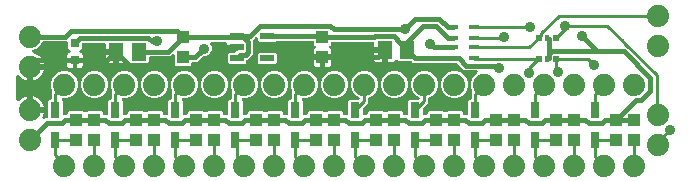
<source format=gbr>
G04 EAGLE Gerber RS-274X export*
G75*
%MOMM*%
%FSLAX34Y34*%
%LPD*%
%INTop Copper*%
%IPPOS*%
%AMOC8*
5,1,8,0,0,1.08239X$1,22.5*%
G01*
%ADD10R,0.800000X1.350000*%
%ADD11R,1.300000X1.500000*%
%ADD12R,1.200000X0.550000*%
%ADD13R,1.000000X1.100000*%
%ADD14R,0.900000X0.450000*%
%ADD15R,0.500000X0.500000*%
%ADD16R,0.400000X0.500000*%
%ADD17R,0.800000X0.800000*%
%ADD18C,1.879600*%
%ADD19C,0.254000*%
%ADD20C,0.889000*%
%ADD21C,0.406400*%

G36*
X25721Y58599D02*
X25721Y58599D01*
X25840Y58602D01*
X25879Y58614D01*
X25919Y58617D01*
X26031Y58658D01*
X26146Y58691D01*
X26180Y58711D01*
X26218Y58725D01*
X26317Y58792D01*
X26420Y58852D01*
X26464Y58892D01*
X26481Y58903D01*
X26495Y58919D01*
X26540Y58959D01*
X26872Y59291D01*
X28258Y59291D01*
X28376Y59306D01*
X28495Y59313D01*
X28533Y59326D01*
X28574Y59331D01*
X28684Y59374D01*
X28797Y59411D01*
X28832Y59433D01*
X28869Y59448D01*
X28965Y59517D01*
X29066Y59581D01*
X29094Y59611D01*
X29127Y59634D01*
X29203Y59726D01*
X29284Y59813D01*
X29304Y59848D01*
X29329Y59879D01*
X29380Y59987D01*
X29438Y60091D01*
X29448Y60131D01*
X29465Y60167D01*
X29487Y60284D01*
X29517Y60399D01*
X29521Y60459D01*
X29525Y60479D01*
X29523Y60500D01*
X29527Y60560D01*
X29527Y73632D01*
X30718Y74823D01*
X30988Y74823D01*
X31106Y74838D01*
X31225Y74845D01*
X31263Y74858D01*
X31304Y74863D01*
X31414Y74906D01*
X31527Y74943D01*
X31562Y74965D01*
X31599Y74980D01*
X31695Y75049D01*
X31796Y75113D01*
X31824Y75143D01*
X31857Y75166D01*
X31933Y75258D01*
X32014Y75345D01*
X32034Y75380D01*
X32059Y75411D01*
X32110Y75519D01*
X32168Y75623D01*
X32178Y75663D01*
X32195Y75699D01*
X32217Y75816D01*
X32247Y75931D01*
X32251Y75991D01*
X32255Y76011D01*
X32253Y76032D01*
X32257Y76092D01*
X32257Y81378D01*
X32464Y81584D01*
X32482Y81608D01*
X32504Y81627D01*
X32579Y81733D01*
X32659Y81836D01*
X32670Y81863D01*
X32687Y81887D01*
X32733Y82008D01*
X32785Y82127D01*
X32789Y82157D01*
X32800Y82184D01*
X32814Y82313D01*
X32835Y82442D01*
X32832Y82471D01*
X32835Y82500D01*
X32817Y82629D01*
X32805Y82758D01*
X32795Y82786D01*
X32791Y82815D01*
X32739Y82968D01*
X31749Y85356D01*
X31749Y89904D01*
X33489Y94105D01*
X36705Y97321D01*
X40906Y99061D01*
X45454Y99061D01*
X49655Y97321D01*
X52871Y94105D01*
X54611Y89904D01*
X54611Y85356D01*
X52871Y81155D01*
X49655Y77939D01*
X45454Y76199D01*
X42090Y76199D01*
X41952Y76182D01*
X41813Y76169D01*
X41794Y76162D01*
X41774Y76159D01*
X41645Y76108D01*
X41514Y76061D01*
X41497Y76050D01*
X41478Y76042D01*
X41366Y75961D01*
X41251Y75883D01*
X41238Y75867D01*
X41221Y75856D01*
X41132Y75748D01*
X41040Y75644D01*
X41031Y75626D01*
X41018Y75611D01*
X40959Y75485D01*
X40896Y75361D01*
X40891Y75341D01*
X40883Y75323D01*
X40857Y75186D01*
X40826Y75051D01*
X40827Y75030D01*
X40823Y75011D01*
X40832Y74872D01*
X40836Y74733D01*
X40841Y74713D01*
X40843Y74693D01*
X40885Y74561D01*
X40924Y74427D01*
X40935Y74410D01*
X40941Y74391D01*
X41015Y74273D01*
X41086Y74153D01*
X41104Y74132D01*
X41111Y74122D01*
X41126Y74108D01*
X41192Y74033D01*
X41593Y73632D01*
X41593Y63364D01*
X41608Y63246D01*
X41615Y63127D01*
X41628Y63089D01*
X41633Y63048D01*
X41676Y62938D01*
X41713Y62825D01*
X41735Y62790D01*
X41750Y62753D01*
X41819Y62657D01*
X41883Y62556D01*
X41913Y62528D01*
X41936Y62495D01*
X42028Y62419D01*
X42115Y62338D01*
X42150Y62318D01*
X42181Y62293D01*
X42289Y62242D01*
X42393Y62184D01*
X42433Y62174D01*
X42469Y62157D01*
X42586Y62135D01*
X42701Y62105D01*
X42761Y62101D01*
X42781Y62097D01*
X42802Y62099D01*
X42862Y62095D01*
X45038Y62095D01*
X45156Y62110D01*
X45275Y62117D01*
X45313Y62130D01*
X45354Y62135D01*
X45464Y62178D01*
X45577Y62215D01*
X45612Y62237D01*
X45649Y62252D01*
X45745Y62321D01*
X45846Y62385D01*
X45874Y62415D01*
X45907Y62438D01*
X45983Y62530D01*
X46064Y62617D01*
X46084Y62652D01*
X46109Y62683D01*
X46160Y62791D01*
X46218Y62895D01*
X46228Y62935D01*
X46245Y62971D01*
X46267Y63088D01*
X46297Y63203D01*
X46301Y63263D01*
X46305Y63283D01*
X46303Y63304D01*
X46307Y63364D01*
X46307Y64372D01*
X47498Y65563D01*
X59182Y65563D01*
X60062Y64682D01*
X60156Y64609D01*
X60246Y64530D01*
X60282Y64512D01*
X60314Y64487D01*
X60423Y64440D01*
X60529Y64386D01*
X60568Y64377D01*
X60606Y64361D01*
X60723Y64342D01*
X60839Y64316D01*
X60880Y64317D01*
X60920Y64311D01*
X61038Y64322D01*
X61157Y64326D01*
X61196Y64337D01*
X61236Y64341D01*
X61349Y64381D01*
X61463Y64414D01*
X61497Y64435D01*
X61536Y64448D01*
X61634Y64515D01*
X61737Y64576D01*
X61782Y64616D01*
X61799Y64627D01*
X61812Y64642D01*
X61857Y64682D01*
X62738Y65563D01*
X74422Y65563D01*
X75613Y64372D01*
X75613Y63364D01*
X75628Y63246D01*
X75635Y63127D01*
X75648Y63089D01*
X75653Y63048D01*
X75696Y62938D01*
X75733Y62825D01*
X75755Y62790D01*
X75770Y62753D01*
X75839Y62657D01*
X75903Y62556D01*
X75933Y62528D01*
X75956Y62495D01*
X76048Y62419D01*
X76135Y62338D01*
X76170Y62318D01*
X76201Y62293D01*
X76309Y62242D01*
X76413Y62184D01*
X76453Y62174D01*
X76489Y62157D01*
X76606Y62135D01*
X76721Y62105D01*
X76781Y62101D01*
X76801Y62097D01*
X76822Y62099D01*
X76882Y62095D01*
X79058Y62095D01*
X79176Y62110D01*
X79295Y62117D01*
X79333Y62130D01*
X79374Y62135D01*
X79484Y62178D01*
X79597Y62215D01*
X79632Y62237D01*
X79669Y62252D01*
X79765Y62321D01*
X79866Y62385D01*
X79894Y62415D01*
X79927Y62438D01*
X80003Y62530D01*
X80084Y62617D01*
X80104Y62652D01*
X80129Y62683D01*
X80180Y62791D01*
X80238Y62895D01*
X80248Y62935D01*
X80265Y62971D01*
X80287Y63088D01*
X80317Y63203D01*
X80321Y63263D01*
X80325Y63283D01*
X80323Y63304D01*
X80327Y63364D01*
X80327Y73632D01*
X81518Y74823D01*
X81788Y74823D01*
X81906Y74838D01*
X82025Y74845D01*
X82063Y74858D01*
X82104Y74863D01*
X82214Y74906D01*
X82327Y74943D01*
X82362Y74965D01*
X82399Y74980D01*
X82495Y75049D01*
X82596Y75113D01*
X82624Y75143D01*
X82657Y75166D01*
X82733Y75258D01*
X82814Y75345D01*
X82834Y75380D01*
X82859Y75411D01*
X82910Y75519D01*
X82968Y75623D01*
X82978Y75663D01*
X82995Y75699D01*
X83017Y75816D01*
X83047Y75931D01*
X83051Y75991D01*
X83055Y76011D01*
X83053Y76032D01*
X83057Y76092D01*
X83057Y81378D01*
X83264Y81584D01*
X83282Y81608D01*
X83304Y81627D01*
X83379Y81733D01*
X83459Y81836D01*
X83470Y81863D01*
X83487Y81887D01*
X83533Y82008D01*
X83585Y82127D01*
X83589Y82157D01*
X83600Y82184D01*
X83614Y82313D01*
X83635Y82442D01*
X83632Y82471D01*
X83635Y82500D01*
X83617Y82629D01*
X83605Y82758D01*
X83595Y82786D01*
X83591Y82815D01*
X83539Y82968D01*
X82549Y85356D01*
X82549Y89904D01*
X84289Y94105D01*
X87505Y97321D01*
X91706Y99061D01*
X96254Y99061D01*
X100455Y97321D01*
X103671Y94105D01*
X105411Y89904D01*
X105411Y85356D01*
X103671Y81155D01*
X100455Y77939D01*
X96254Y76199D01*
X92890Y76199D01*
X92752Y76182D01*
X92613Y76169D01*
X92594Y76162D01*
X92574Y76159D01*
X92445Y76108D01*
X92314Y76061D01*
X92297Y76050D01*
X92278Y76042D01*
X92166Y75961D01*
X92051Y75883D01*
X92038Y75867D01*
X92021Y75856D01*
X91932Y75748D01*
X91840Y75644D01*
X91831Y75626D01*
X91818Y75611D01*
X91759Y75485D01*
X91696Y75361D01*
X91691Y75341D01*
X91683Y75323D01*
X91657Y75186D01*
X91626Y75051D01*
X91627Y75030D01*
X91623Y75011D01*
X91632Y74872D01*
X91636Y74733D01*
X91641Y74713D01*
X91643Y74693D01*
X91685Y74561D01*
X91724Y74427D01*
X91735Y74410D01*
X91741Y74391D01*
X91815Y74273D01*
X91886Y74153D01*
X91904Y74132D01*
X91911Y74122D01*
X91926Y74108D01*
X91992Y74033D01*
X92393Y73632D01*
X92393Y63364D01*
X92408Y63246D01*
X92415Y63127D01*
X92428Y63089D01*
X92433Y63048D01*
X92476Y62938D01*
X92513Y62825D01*
X92535Y62790D01*
X92550Y62753D01*
X92619Y62657D01*
X92683Y62556D01*
X92713Y62528D01*
X92736Y62495D01*
X92828Y62419D01*
X92915Y62338D01*
X92950Y62318D01*
X92981Y62293D01*
X93089Y62242D01*
X93193Y62184D01*
X93233Y62174D01*
X93269Y62157D01*
X93386Y62135D01*
X93501Y62105D01*
X93561Y62101D01*
X93581Y62097D01*
X93602Y62099D01*
X93662Y62095D01*
X95838Y62095D01*
X95956Y62110D01*
X96075Y62117D01*
X96113Y62130D01*
X96154Y62135D01*
X96264Y62178D01*
X96377Y62215D01*
X96412Y62237D01*
X96449Y62252D01*
X96545Y62321D01*
X96646Y62385D01*
X96674Y62415D01*
X96707Y62438D01*
X96783Y62530D01*
X96864Y62617D01*
X96884Y62652D01*
X96909Y62683D01*
X96960Y62791D01*
X97018Y62895D01*
X97028Y62935D01*
X97045Y62971D01*
X97067Y63088D01*
X97097Y63203D01*
X97101Y63263D01*
X97105Y63283D01*
X97103Y63304D01*
X97107Y63364D01*
X97107Y64372D01*
X98298Y65563D01*
X109982Y65563D01*
X110862Y64682D01*
X110956Y64609D01*
X111046Y64530D01*
X111082Y64512D01*
X111114Y64487D01*
X111223Y64440D01*
X111329Y64386D01*
X111368Y64377D01*
X111406Y64361D01*
X111523Y64342D01*
X111639Y64316D01*
X111680Y64317D01*
X111720Y64311D01*
X111838Y64322D01*
X111957Y64326D01*
X111996Y64337D01*
X112036Y64341D01*
X112149Y64381D01*
X112263Y64414D01*
X112297Y64435D01*
X112336Y64448D01*
X112434Y64515D01*
X112537Y64576D01*
X112582Y64616D01*
X112599Y64627D01*
X112612Y64642D01*
X112657Y64682D01*
X113538Y65563D01*
X125222Y65563D01*
X126413Y64372D01*
X126413Y63364D01*
X126428Y63246D01*
X126435Y63127D01*
X126448Y63089D01*
X126453Y63048D01*
X126496Y62938D01*
X126533Y62825D01*
X126555Y62790D01*
X126570Y62753D01*
X126639Y62657D01*
X126703Y62556D01*
X126733Y62528D01*
X126756Y62495D01*
X126848Y62419D01*
X126935Y62338D01*
X126970Y62318D01*
X127001Y62293D01*
X127109Y62242D01*
X127213Y62184D01*
X127253Y62174D01*
X127289Y62157D01*
X127406Y62135D01*
X127521Y62105D01*
X127581Y62101D01*
X127601Y62097D01*
X127622Y62099D01*
X127682Y62095D01*
X129858Y62095D01*
X129976Y62110D01*
X130095Y62117D01*
X130133Y62130D01*
X130174Y62135D01*
X130284Y62178D01*
X130397Y62215D01*
X130432Y62237D01*
X130469Y62252D01*
X130565Y62321D01*
X130666Y62385D01*
X130694Y62415D01*
X130727Y62438D01*
X130803Y62530D01*
X130884Y62617D01*
X130904Y62652D01*
X130929Y62683D01*
X130980Y62791D01*
X131038Y62895D01*
X131048Y62935D01*
X131065Y62971D01*
X131087Y63088D01*
X131117Y63203D01*
X131121Y63263D01*
X131125Y63283D01*
X131123Y63304D01*
X131127Y63364D01*
X131127Y73632D01*
X132318Y74823D01*
X132588Y74823D01*
X132706Y74838D01*
X132825Y74845D01*
X132863Y74858D01*
X132904Y74863D01*
X133014Y74906D01*
X133127Y74943D01*
X133162Y74965D01*
X133199Y74980D01*
X133295Y75049D01*
X133396Y75113D01*
X133424Y75143D01*
X133457Y75166D01*
X133533Y75258D01*
X133614Y75345D01*
X133634Y75380D01*
X133659Y75411D01*
X133710Y75519D01*
X133768Y75623D01*
X133778Y75663D01*
X133795Y75699D01*
X133817Y75816D01*
X133847Y75931D01*
X133851Y75991D01*
X133855Y76011D01*
X133853Y76032D01*
X133857Y76092D01*
X133857Y81378D01*
X134064Y81584D01*
X134082Y81608D01*
X134104Y81627D01*
X134179Y81733D01*
X134258Y81836D01*
X134270Y81863D01*
X134287Y81887D01*
X134333Y82008D01*
X134385Y82127D01*
X134389Y82157D01*
X134400Y82184D01*
X134414Y82313D01*
X134435Y82442D01*
X134432Y82471D01*
X134435Y82500D01*
X134417Y82629D01*
X134405Y82758D01*
X134395Y82786D01*
X134391Y82815D01*
X134339Y82968D01*
X133349Y85356D01*
X133349Y89904D01*
X135089Y94105D01*
X138305Y97321D01*
X142506Y99061D01*
X147054Y99061D01*
X151255Y97321D01*
X154471Y94105D01*
X156211Y89904D01*
X156211Y85356D01*
X154471Y81155D01*
X151255Y77939D01*
X147054Y76199D01*
X143690Y76199D01*
X143552Y76182D01*
X143413Y76169D01*
X143394Y76162D01*
X143374Y76159D01*
X143245Y76108D01*
X143114Y76061D01*
X143097Y76050D01*
X143078Y76042D01*
X142966Y75961D01*
X142851Y75883D01*
X142838Y75867D01*
X142821Y75856D01*
X142732Y75748D01*
X142640Y75644D01*
X142631Y75626D01*
X142618Y75611D01*
X142559Y75485D01*
X142496Y75361D01*
X142491Y75341D01*
X142483Y75323D01*
X142457Y75186D01*
X142426Y75051D01*
X142427Y75030D01*
X142423Y75011D01*
X142432Y74872D01*
X142436Y74733D01*
X142441Y74713D01*
X142443Y74693D01*
X142485Y74561D01*
X142524Y74427D01*
X142535Y74410D01*
X142541Y74391D01*
X142615Y74273D01*
X142686Y74153D01*
X142704Y74132D01*
X142711Y74122D01*
X142726Y74108D01*
X142792Y74033D01*
X143193Y73632D01*
X143193Y63364D01*
X143208Y63246D01*
X143215Y63127D01*
X143228Y63089D01*
X143233Y63048D01*
X143276Y62938D01*
X143313Y62825D01*
X143335Y62790D01*
X143350Y62753D01*
X143419Y62657D01*
X143483Y62556D01*
X143513Y62528D01*
X143536Y62495D01*
X143628Y62419D01*
X143715Y62338D01*
X143750Y62318D01*
X143781Y62293D01*
X143889Y62242D01*
X143993Y62184D01*
X144033Y62174D01*
X144069Y62157D01*
X144186Y62135D01*
X144301Y62105D01*
X144361Y62101D01*
X144381Y62097D01*
X144402Y62099D01*
X144462Y62095D01*
X146638Y62095D01*
X146756Y62110D01*
X146875Y62117D01*
X146913Y62130D01*
X146954Y62135D01*
X147064Y62178D01*
X147177Y62215D01*
X147212Y62237D01*
X147249Y62252D01*
X147345Y62321D01*
X147446Y62385D01*
X147474Y62415D01*
X147507Y62438D01*
X147583Y62530D01*
X147664Y62617D01*
X147684Y62652D01*
X147709Y62683D01*
X147760Y62791D01*
X147818Y62895D01*
X147828Y62935D01*
X147845Y62971D01*
X147867Y63088D01*
X147897Y63203D01*
X147901Y63263D01*
X147905Y63283D01*
X147903Y63304D01*
X147907Y63364D01*
X147907Y64372D01*
X149098Y65563D01*
X160782Y65563D01*
X161662Y64682D01*
X161756Y64609D01*
X161846Y64530D01*
X161882Y64512D01*
X161914Y64487D01*
X162023Y64440D01*
X162129Y64386D01*
X162168Y64377D01*
X162206Y64361D01*
X162323Y64342D01*
X162439Y64316D01*
X162480Y64317D01*
X162520Y64311D01*
X162638Y64322D01*
X162757Y64326D01*
X162796Y64337D01*
X162836Y64341D01*
X162949Y64381D01*
X163063Y64414D01*
X163097Y64435D01*
X163136Y64448D01*
X163234Y64515D01*
X163337Y64576D01*
X163382Y64616D01*
X163399Y64627D01*
X163412Y64642D01*
X163457Y64682D01*
X164338Y65563D01*
X176022Y65563D01*
X177213Y64372D01*
X177213Y63364D01*
X177228Y63246D01*
X177235Y63127D01*
X177248Y63089D01*
X177253Y63048D01*
X177296Y62938D01*
X177333Y62825D01*
X177355Y62790D01*
X177370Y62753D01*
X177439Y62657D01*
X177503Y62556D01*
X177533Y62528D01*
X177556Y62495D01*
X177648Y62419D01*
X177735Y62338D01*
X177770Y62318D01*
X177801Y62293D01*
X177909Y62242D01*
X178013Y62184D01*
X178053Y62174D01*
X178089Y62157D01*
X178206Y62135D01*
X178321Y62105D01*
X178381Y62101D01*
X178401Y62097D01*
X178422Y62099D01*
X178482Y62095D01*
X180658Y62095D01*
X180776Y62110D01*
X180895Y62117D01*
X180933Y62130D01*
X180974Y62135D01*
X181084Y62178D01*
X181197Y62215D01*
X181232Y62237D01*
X181269Y62252D01*
X181365Y62321D01*
X181466Y62385D01*
X181494Y62415D01*
X181527Y62438D01*
X181603Y62530D01*
X181684Y62617D01*
X181704Y62652D01*
X181729Y62683D01*
X181780Y62791D01*
X181838Y62895D01*
X181848Y62935D01*
X181865Y62971D01*
X181887Y63088D01*
X181917Y63203D01*
X181921Y63263D01*
X181925Y63283D01*
X181923Y63304D01*
X181927Y63364D01*
X181927Y73632D01*
X183118Y74823D01*
X183388Y74823D01*
X183506Y74838D01*
X183625Y74845D01*
X183663Y74858D01*
X183704Y74863D01*
X183814Y74906D01*
X183927Y74943D01*
X183962Y74965D01*
X183999Y74980D01*
X184095Y75049D01*
X184196Y75113D01*
X184224Y75143D01*
X184257Y75166D01*
X184333Y75258D01*
X184414Y75345D01*
X184434Y75380D01*
X184459Y75411D01*
X184510Y75519D01*
X184568Y75623D01*
X184578Y75663D01*
X184595Y75699D01*
X184617Y75816D01*
X184647Y75931D01*
X184651Y75991D01*
X184655Y76011D01*
X184653Y76032D01*
X184657Y76092D01*
X184657Y81378D01*
X184864Y81584D01*
X184882Y81608D01*
X184904Y81627D01*
X184979Y81733D01*
X185058Y81836D01*
X185070Y81863D01*
X185087Y81887D01*
X185133Y82008D01*
X185185Y82127D01*
X185189Y82157D01*
X185200Y82184D01*
X185214Y82313D01*
X185235Y82442D01*
X185232Y82471D01*
X185235Y82500D01*
X185217Y82629D01*
X185205Y82758D01*
X185195Y82786D01*
X185191Y82815D01*
X185139Y82968D01*
X184149Y85356D01*
X184149Y89904D01*
X185889Y94105D01*
X189105Y97321D01*
X193306Y99061D01*
X197854Y99061D01*
X202055Y97321D01*
X205271Y94105D01*
X207011Y89904D01*
X207011Y85356D01*
X205271Y81155D01*
X202055Y77939D01*
X197854Y76199D01*
X194490Y76199D01*
X194352Y76182D01*
X194213Y76169D01*
X194194Y76162D01*
X194174Y76159D01*
X194045Y76108D01*
X193914Y76061D01*
X193897Y76050D01*
X193878Y76042D01*
X193766Y75961D01*
X193651Y75883D01*
X193638Y75867D01*
X193621Y75856D01*
X193532Y75748D01*
X193440Y75644D01*
X193431Y75626D01*
X193418Y75611D01*
X193359Y75485D01*
X193296Y75361D01*
X193291Y75341D01*
X193283Y75323D01*
X193257Y75186D01*
X193226Y75051D01*
X193227Y75030D01*
X193223Y75011D01*
X193232Y74872D01*
X193236Y74733D01*
X193241Y74713D01*
X193243Y74693D01*
X193285Y74561D01*
X193324Y74427D01*
X193335Y74410D01*
X193341Y74391D01*
X193415Y74273D01*
X193486Y74153D01*
X193504Y74132D01*
X193511Y74122D01*
X193526Y74108D01*
X193592Y74033D01*
X193993Y73632D01*
X193993Y63364D01*
X194008Y63246D01*
X194015Y63127D01*
X194028Y63089D01*
X194033Y63048D01*
X194076Y62938D01*
X194113Y62825D01*
X194135Y62790D01*
X194150Y62753D01*
X194219Y62657D01*
X194283Y62556D01*
X194313Y62528D01*
X194336Y62495D01*
X194428Y62419D01*
X194515Y62338D01*
X194550Y62318D01*
X194581Y62293D01*
X194689Y62242D01*
X194793Y62184D01*
X194833Y62174D01*
X194869Y62157D01*
X194986Y62135D01*
X195101Y62105D01*
X195161Y62101D01*
X195181Y62097D01*
X195202Y62099D01*
X195262Y62095D01*
X197438Y62095D01*
X197556Y62110D01*
X197675Y62117D01*
X197713Y62130D01*
X197754Y62135D01*
X197864Y62178D01*
X197977Y62215D01*
X198012Y62237D01*
X198049Y62252D01*
X198145Y62321D01*
X198246Y62385D01*
X198274Y62415D01*
X198307Y62438D01*
X198383Y62530D01*
X198464Y62617D01*
X198484Y62652D01*
X198509Y62683D01*
X198560Y62791D01*
X198618Y62895D01*
X198628Y62935D01*
X198645Y62971D01*
X198667Y63088D01*
X198697Y63203D01*
X198701Y63263D01*
X198705Y63283D01*
X198703Y63304D01*
X198707Y63364D01*
X198707Y64372D01*
X199898Y65563D01*
X211582Y65563D01*
X212462Y64682D01*
X212556Y64609D01*
X212646Y64530D01*
X212682Y64512D01*
X212714Y64487D01*
X212823Y64440D01*
X212929Y64386D01*
X212968Y64377D01*
X213006Y64361D01*
X213123Y64342D01*
X213239Y64316D01*
X213280Y64317D01*
X213320Y64311D01*
X213438Y64322D01*
X213557Y64326D01*
X213596Y64337D01*
X213636Y64341D01*
X213749Y64381D01*
X213863Y64414D01*
X213897Y64435D01*
X213936Y64448D01*
X214034Y64515D01*
X214137Y64576D01*
X214182Y64616D01*
X214199Y64627D01*
X214212Y64642D01*
X214257Y64682D01*
X215138Y65563D01*
X226822Y65563D01*
X228013Y64372D01*
X228013Y63364D01*
X228028Y63246D01*
X228035Y63127D01*
X228048Y63089D01*
X228053Y63048D01*
X228096Y62938D01*
X228133Y62825D01*
X228155Y62790D01*
X228170Y62753D01*
X228239Y62657D01*
X228303Y62556D01*
X228333Y62528D01*
X228356Y62495D01*
X228448Y62419D01*
X228535Y62338D01*
X228570Y62318D01*
X228601Y62293D01*
X228709Y62242D01*
X228813Y62184D01*
X228853Y62174D01*
X228889Y62157D01*
X229006Y62135D01*
X229121Y62105D01*
X229181Y62101D01*
X229201Y62097D01*
X229222Y62099D01*
X229282Y62095D01*
X231458Y62095D01*
X231576Y62110D01*
X231695Y62117D01*
X231733Y62130D01*
X231774Y62135D01*
X231884Y62178D01*
X231997Y62215D01*
X232032Y62237D01*
X232069Y62252D01*
X232165Y62321D01*
X232266Y62385D01*
X232294Y62415D01*
X232327Y62438D01*
X232403Y62530D01*
X232484Y62617D01*
X232504Y62652D01*
X232529Y62683D01*
X232580Y62791D01*
X232638Y62895D01*
X232648Y62935D01*
X232665Y62971D01*
X232687Y63088D01*
X232717Y63203D01*
X232721Y63263D01*
X232725Y63283D01*
X232723Y63304D01*
X232727Y63364D01*
X232727Y73632D01*
X233918Y74823D01*
X234188Y74823D01*
X234306Y74838D01*
X234425Y74845D01*
X234463Y74858D01*
X234504Y74863D01*
X234614Y74906D01*
X234727Y74943D01*
X234762Y74965D01*
X234799Y74980D01*
X234895Y75049D01*
X234996Y75113D01*
X235024Y75143D01*
X235057Y75166D01*
X235133Y75258D01*
X235214Y75345D01*
X235234Y75380D01*
X235259Y75411D01*
X235310Y75519D01*
X235368Y75623D01*
X235378Y75663D01*
X235395Y75699D01*
X235417Y75816D01*
X235447Y75931D01*
X235451Y75991D01*
X235455Y76011D01*
X235453Y76032D01*
X235457Y76092D01*
X235457Y81378D01*
X235664Y81584D01*
X235682Y81608D01*
X235704Y81627D01*
X235779Y81733D01*
X235858Y81836D01*
X235870Y81863D01*
X235887Y81887D01*
X235933Y82008D01*
X235985Y82127D01*
X235989Y82157D01*
X236000Y82184D01*
X236014Y82313D01*
X236035Y82442D01*
X236032Y82471D01*
X236035Y82500D01*
X236017Y82629D01*
X236005Y82758D01*
X235995Y82786D01*
X235991Y82815D01*
X235939Y82968D01*
X234949Y85356D01*
X234949Y89904D01*
X236689Y94105D01*
X239905Y97321D01*
X244106Y99061D01*
X248654Y99061D01*
X252855Y97321D01*
X256071Y94105D01*
X257811Y89904D01*
X257811Y85356D01*
X256071Y81155D01*
X252855Y77939D01*
X248654Y76199D01*
X245290Y76199D01*
X245152Y76182D01*
X245013Y76169D01*
X244994Y76162D01*
X244974Y76159D01*
X244845Y76108D01*
X244714Y76061D01*
X244697Y76050D01*
X244678Y76042D01*
X244566Y75961D01*
X244451Y75883D01*
X244438Y75867D01*
X244421Y75856D01*
X244332Y75748D01*
X244240Y75644D01*
X244231Y75626D01*
X244218Y75611D01*
X244159Y75485D01*
X244096Y75361D01*
X244091Y75341D01*
X244083Y75323D01*
X244057Y75186D01*
X244026Y75051D01*
X244027Y75030D01*
X244023Y75011D01*
X244032Y74872D01*
X244036Y74733D01*
X244041Y74713D01*
X244043Y74693D01*
X244085Y74561D01*
X244124Y74427D01*
X244135Y74410D01*
X244141Y74391D01*
X244215Y74273D01*
X244286Y74153D01*
X244304Y74132D01*
X244311Y74122D01*
X244326Y74108D01*
X244392Y74033D01*
X244793Y73632D01*
X244793Y63364D01*
X244808Y63246D01*
X244815Y63127D01*
X244828Y63089D01*
X244833Y63048D01*
X244876Y62938D01*
X244913Y62825D01*
X244935Y62790D01*
X244950Y62753D01*
X245019Y62657D01*
X245083Y62556D01*
X245113Y62528D01*
X245136Y62495D01*
X245228Y62419D01*
X245315Y62338D01*
X245350Y62318D01*
X245381Y62293D01*
X245489Y62242D01*
X245593Y62184D01*
X245633Y62174D01*
X245669Y62157D01*
X245786Y62135D01*
X245901Y62105D01*
X245961Y62101D01*
X245981Y62097D01*
X246002Y62099D01*
X246062Y62095D01*
X248238Y62095D01*
X248356Y62110D01*
X248475Y62117D01*
X248513Y62130D01*
X248554Y62135D01*
X248664Y62178D01*
X248777Y62215D01*
X248812Y62237D01*
X248849Y62252D01*
X248945Y62321D01*
X249046Y62385D01*
X249074Y62415D01*
X249107Y62438D01*
X249183Y62530D01*
X249264Y62617D01*
X249284Y62652D01*
X249309Y62683D01*
X249360Y62791D01*
X249418Y62895D01*
X249428Y62935D01*
X249445Y62971D01*
X249467Y63088D01*
X249497Y63203D01*
X249501Y63263D01*
X249505Y63283D01*
X249503Y63304D01*
X249507Y63364D01*
X249507Y64372D01*
X250698Y65563D01*
X262382Y65563D01*
X263262Y64682D01*
X263356Y64609D01*
X263446Y64530D01*
X263482Y64512D01*
X263514Y64487D01*
X263623Y64440D01*
X263729Y64386D01*
X263768Y64377D01*
X263806Y64361D01*
X263923Y64342D01*
X264039Y64316D01*
X264080Y64317D01*
X264120Y64311D01*
X264238Y64322D01*
X264357Y64326D01*
X264396Y64337D01*
X264436Y64341D01*
X264549Y64381D01*
X264663Y64414D01*
X264697Y64435D01*
X264736Y64448D01*
X264834Y64515D01*
X264937Y64576D01*
X264982Y64616D01*
X264999Y64627D01*
X265012Y64642D01*
X265057Y64682D01*
X265938Y65563D01*
X277622Y65563D01*
X278813Y64372D01*
X278813Y63364D01*
X278828Y63246D01*
X278835Y63127D01*
X278848Y63089D01*
X278853Y63048D01*
X278896Y62938D01*
X278933Y62825D01*
X278955Y62790D01*
X278970Y62753D01*
X279039Y62657D01*
X279103Y62556D01*
X279133Y62528D01*
X279156Y62495D01*
X279248Y62419D01*
X279335Y62338D01*
X279370Y62318D01*
X279401Y62293D01*
X279509Y62242D01*
X279613Y62184D01*
X279653Y62174D01*
X279689Y62157D01*
X279806Y62135D01*
X279921Y62105D01*
X279981Y62101D01*
X280001Y62097D01*
X280022Y62099D01*
X280082Y62095D01*
X282258Y62095D01*
X282376Y62110D01*
X282495Y62117D01*
X282533Y62130D01*
X282574Y62135D01*
X282684Y62178D01*
X282797Y62215D01*
X282832Y62237D01*
X282869Y62252D01*
X282965Y62321D01*
X283066Y62385D01*
X283094Y62415D01*
X283127Y62438D01*
X283203Y62530D01*
X283284Y62617D01*
X283304Y62652D01*
X283329Y62683D01*
X283380Y62791D01*
X283438Y62895D01*
X283448Y62935D01*
X283465Y62971D01*
X283487Y63088D01*
X283517Y63203D01*
X283521Y63263D01*
X283525Y63283D01*
X283523Y63304D01*
X283527Y63364D01*
X283527Y73632D01*
X284718Y74823D01*
X291849Y74823D01*
X291918Y74831D01*
X291988Y74830D01*
X292075Y74851D01*
X292164Y74863D01*
X292229Y74888D01*
X292297Y74905D01*
X292376Y74947D01*
X292460Y74980D01*
X292516Y75021D01*
X292578Y75053D01*
X292645Y75114D01*
X292717Y75166D01*
X292762Y75220D01*
X292813Y75267D01*
X292863Y75342D01*
X292920Y75411D01*
X292950Y75475D01*
X292988Y75533D01*
X293017Y75618D01*
X293056Y75699D01*
X293069Y75768D01*
X293091Y75834D01*
X293098Y75923D01*
X293115Y76011D01*
X293111Y76081D01*
X293117Y76151D01*
X293101Y76239D01*
X293096Y76329D01*
X293074Y76395D01*
X293062Y76464D01*
X293025Y76546D01*
X292998Y76631D01*
X292960Y76690D01*
X292932Y76754D01*
X292875Y76824D01*
X292827Y76900D01*
X292777Y76948D01*
X292733Y77002D01*
X292661Y77057D01*
X292596Y77118D01*
X292535Y77152D01*
X292479Y77194D01*
X292334Y77265D01*
X290705Y77939D01*
X287489Y81155D01*
X285749Y85356D01*
X285749Y89904D01*
X287489Y94105D01*
X290705Y97321D01*
X294906Y99061D01*
X299454Y99061D01*
X303655Y97321D01*
X306871Y94105D01*
X308611Y89904D01*
X308611Y85356D01*
X306871Y81155D01*
X303655Y77939D01*
X301266Y76950D01*
X301241Y76935D01*
X301213Y76926D01*
X301103Y76857D01*
X300990Y76793D01*
X300969Y76772D01*
X300944Y76756D01*
X300855Y76662D01*
X300762Y76571D01*
X300746Y76546D01*
X300726Y76525D01*
X300663Y76411D01*
X300595Y76300D01*
X300587Y76272D01*
X300572Y76246D01*
X300540Y76120D01*
X300502Y75996D01*
X300500Y75967D01*
X300493Y75938D01*
X300483Y75777D01*
X300483Y72292D01*
X295964Y67774D01*
X295904Y67695D01*
X295836Y67623D01*
X295807Y67570D01*
X295770Y67522D01*
X295730Y67431D01*
X295682Y67345D01*
X295667Y67286D01*
X295643Y67231D01*
X295628Y67133D01*
X295603Y67037D01*
X295597Y66937D01*
X295593Y66916D01*
X295595Y66904D01*
X295593Y66876D01*
X295593Y63364D01*
X295608Y63246D01*
X295615Y63127D01*
X295628Y63089D01*
X295633Y63048D01*
X295676Y62938D01*
X295713Y62825D01*
X295735Y62790D01*
X295750Y62753D01*
X295819Y62657D01*
X295883Y62556D01*
X295913Y62528D01*
X295936Y62495D01*
X296028Y62419D01*
X296115Y62338D01*
X296150Y62318D01*
X296181Y62293D01*
X296289Y62242D01*
X296393Y62184D01*
X296433Y62174D01*
X296469Y62157D01*
X296586Y62135D01*
X296701Y62105D01*
X296761Y62101D01*
X296781Y62097D01*
X296802Y62099D01*
X296862Y62095D01*
X299038Y62095D01*
X299156Y62110D01*
X299275Y62117D01*
X299313Y62130D01*
X299354Y62135D01*
X299464Y62178D01*
X299577Y62215D01*
X299612Y62237D01*
X299649Y62252D01*
X299745Y62321D01*
X299846Y62385D01*
X299874Y62415D01*
X299907Y62438D01*
X299983Y62530D01*
X300064Y62617D01*
X300084Y62652D01*
X300109Y62683D01*
X300160Y62791D01*
X300218Y62895D01*
X300228Y62935D01*
X300245Y62971D01*
X300267Y63088D01*
X300297Y63203D01*
X300301Y63263D01*
X300305Y63283D01*
X300303Y63304D01*
X300307Y63364D01*
X300307Y64372D01*
X301498Y65563D01*
X313182Y65563D01*
X314062Y64682D01*
X314156Y64609D01*
X314246Y64530D01*
X314282Y64512D01*
X314314Y64487D01*
X314423Y64440D01*
X314529Y64386D01*
X314568Y64377D01*
X314606Y64361D01*
X314723Y64342D01*
X314839Y64316D01*
X314880Y64317D01*
X314920Y64311D01*
X315038Y64322D01*
X315157Y64326D01*
X315196Y64337D01*
X315236Y64341D01*
X315349Y64381D01*
X315463Y64414D01*
X315497Y64435D01*
X315536Y64448D01*
X315634Y64515D01*
X315737Y64576D01*
X315782Y64616D01*
X315799Y64627D01*
X315812Y64642D01*
X315857Y64682D01*
X316738Y65563D01*
X328422Y65563D01*
X329613Y64372D01*
X329613Y63364D01*
X329628Y63246D01*
X329635Y63127D01*
X329648Y63089D01*
X329653Y63048D01*
X329696Y62938D01*
X329733Y62825D01*
X329755Y62790D01*
X329770Y62753D01*
X329839Y62657D01*
X329903Y62556D01*
X329933Y62528D01*
X329956Y62495D01*
X330048Y62419D01*
X330135Y62338D01*
X330170Y62318D01*
X330201Y62293D01*
X330309Y62242D01*
X330413Y62184D01*
X330453Y62174D01*
X330489Y62157D01*
X330606Y62135D01*
X330721Y62105D01*
X330781Y62101D01*
X330801Y62097D01*
X330822Y62099D01*
X330882Y62095D01*
X333058Y62095D01*
X333176Y62110D01*
X333295Y62117D01*
X333333Y62130D01*
X333374Y62135D01*
X333484Y62178D01*
X333597Y62215D01*
X333632Y62237D01*
X333669Y62252D01*
X333765Y62321D01*
X333866Y62385D01*
X333894Y62415D01*
X333927Y62438D01*
X334003Y62530D01*
X334084Y62617D01*
X334104Y62652D01*
X334129Y62683D01*
X334180Y62791D01*
X334238Y62895D01*
X334248Y62935D01*
X334265Y62971D01*
X334287Y63088D01*
X334317Y63203D01*
X334321Y63263D01*
X334325Y63283D01*
X334323Y63304D01*
X334327Y63364D01*
X334327Y73632D01*
X335518Y74823D01*
X342649Y74823D01*
X342718Y74831D01*
X342788Y74830D01*
X342875Y74851D01*
X342964Y74863D01*
X343029Y74888D01*
X343097Y74905D01*
X343176Y74947D01*
X343260Y74980D01*
X343316Y75021D01*
X343378Y75053D01*
X343445Y75114D01*
X343517Y75166D01*
X343562Y75220D01*
X343613Y75267D01*
X343663Y75342D01*
X343720Y75411D01*
X343750Y75475D01*
X343788Y75533D01*
X343817Y75618D01*
X343856Y75699D01*
X343869Y75768D01*
X343891Y75834D01*
X343898Y75923D01*
X343915Y76011D01*
X343911Y76081D01*
X343917Y76151D01*
X343901Y76239D01*
X343896Y76329D01*
X343874Y76395D01*
X343862Y76464D01*
X343825Y76546D01*
X343798Y76631D01*
X343760Y76690D01*
X343732Y76754D01*
X343675Y76824D01*
X343627Y76900D01*
X343577Y76948D01*
X343533Y77002D01*
X343461Y77057D01*
X343396Y77118D01*
X343335Y77152D01*
X343279Y77194D01*
X343134Y77265D01*
X341505Y77939D01*
X338289Y81155D01*
X336549Y85356D01*
X336549Y89904D01*
X338289Y94105D01*
X341505Y97321D01*
X345706Y99061D01*
X350254Y99061D01*
X354455Y97321D01*
X357671Y94105D01*
X359411Y89904D01*
X359411Y85356D01*
X357671Y81155D01*
X354455Y77939D01*
X352066Y76950D01*
X352041Y76935D01*
X352013Y76926D01*
X351903Y76857D01*
X351790Y76793D01*
X351769Y76772D01*
X351744Y76756D01*
X351655Y76662D01*
X351562Y76571D01*
X351546Y76546D01*
X351526Y76525D01*
X351463Y76411D01*
X351395Y76300D01*
X351387Y76272D01*
X351372Y76246D01*
X351340Y76120D01*
X351302Y75996D01*
X351300Y75967D01*
X351293Y75938D01*
X351283Y75777D01*
X351283Y72292D01*
X346764Y67774D01*
X346704Y67695D01*
X346636Y67623D01*
X346607Y67570D01*
X346570Y67522D01*
X346530Y67431D01*
X346482Y67345D01*
X346467Y67286D01*
X346443Y67231D01*
X346428Y67133D01*
X346403Y67037D01*
X346397Y66937D01*
X346393Y66916D01*
X346395Y66904D01*
X346393Y66876D01*
X346393Y63364D01*
X346408Y63246D01*
X346415Y63127D01*
X346428Y63089D01*
X346433Y63048D01*
X346476Y62938D01*
X346513Y62825D01*
X346535Y62790D01*
X346550Y62753D01*
X346619Y62657D01*
X346683Y62556D01*
X346713Y62528D01*
X346736Y62495D01*
X346828Y62419D01*
X346915Y62338D01*
X346950Y62318D01*
X346981Y62293D01*
X347089Y62242D01*
X347193Y62184D01*
X347233Y62174D01*
X347269Y62157D01*
X347386Y62135D01*
X347501Y62105D01*
X347561Y62101D01*
X347581Y62097D01*
X347602Y62099D01*
X347662Y62095D01*
X349838Y62095D01*
X349956Y62110D01*
X350075Y62117D01*
X350113Y62130D01*
X350154Y62135D01*
X350264Y62178D01*
X350377Y62215D01*
X350412Y62237D01*
X350449Y62252D01*
X350545Y62321D01*
X350646Y62385D01*
X350674Y62415D01*
X350707Y62438D01*
X350783Y62530D01*
X350864Y62617D01*
X350884Y62652D01*
X350909Y62683D01*
X350960Y62791D01*
X351018Y62895D01*
X351028Y62935D01*
X351045Y62971D01*
X351067Y63088D01*
X351097Y63203D01*
X351101Y63263D01*
X351105Y63283D01*
X351103Y63304D01*
X351107Y63364D01*
X351107Y64372D01*
X352298Y65563D01*
X363982Y65563D01*
X364862Y64682D01*
X364956Y64609D01*
X365046Y64530D01*
X365082Y64512D01*
X365114Y64487D01*
X365223Y64440D01*
X365329Y64386D01*
X365368Y64377D01*
X365406Y64361D01*
X365523Y64342D01*
X365639Y64316D01*
X365680Y64317D01*
X365720Y64311D01*
X365838Y64322D01*
X365957Y64326D01*
X365996Y64337D01*
X366036Y64341D01*
X366149Y64381D01*
X366263Y64414D01*
X366297Y64435D01*
X366336Y64448D01*
X366434Y64515D01*
X366537Y64576D01*
X366582Y64616D01*
X366599Y64627D01*
X366612Y64642D01*
X366657Y64682D01*
X367538Y65563D01*
X379222Y65563D01*
X380413Y64372D01*
X380413Y63364D01*
X380428Y63246D01*
X380435Y63127D01*
X380448Y63089D01*
X380453Y63048D01*
X380496Y62938D01*
X380533Y62825D01*
X380555Y62790D01*
X380570Y62753D01*
X380639Y62657D01*
X380703Y62556D01*
X380733Y62528D01*
X380756Y62495D01*
X380848Y62419D01*
X380935Y62338D01*
X380970Y62318D01*
X381001Y62293D01*
X381109Y62242D01*
X381213Y62184D01*
X381253Y62174D01*
X381289Y62157D01*
X381406Y62135D01*
X381521Y62105D01*
X381581Y62101D01*
X381601Y62097D01*
X381622Y62099D01*
X381682Y62095D01*
X383858Y62095D01*
X383976Y62110D01*
X384095Y62117D01*
X384133Y62130D01*
X384174Y62135D01*
X384284Y62178D01*
X384397Y62215D01*
X384432Y62237D01*
X384469Y62252D01*
X384565Y62321D01*
X384666Y62385D01*
X384694Y62415D01*
X384727Y62438D01*
X384803Y62530D01*
X384884Y62617D01*
X384904Y62652D01*
X384929Y62683D01*
X384980Y62791D01*
X385038Y62895D01*
X385048Y62935D01*
X385065Y62971D01*
X385087Y63088D01*
X385117Y63203D01*
X385121Y63263D01*
X385125Y63283D01*
X385123Y63304D01*
X385127Y63364D01*
X385127Y73632D01*
X386318Y74823D01*
X386588Y74823D01*
X386706Y74838D01*
X386825Y74845D01*
X386863Y74858D01*
X386904Y74863D01*
X387014Y74906D01*
X387127Y74943D01*
X387162Y74965D01*
X387199Y74980D01*
X387295Y75049D01*
X387396Y75113D01*
X387424Y75143D01*
X387457Y75166D01*
X387533Y75258D01*
X387614Y75345D01*
X387634Y75380D01*
X387659Y75411D01*
X387710Y75519D01*
X387768Y75623D01*
X387778Y75663D01*
X387795Y75699D01*
X387817Y75816D01*
X387847Y75931D01*
X387851Y75991D01*
X387855Y76011D01*
X387853Y76032D01*
X387857Y76092D01*
X387857Y81378D01*
X388064Y81584D01*
X388082Y81608D01*
X388104Y81627D01*
X388179Y81733D01*
X388259Y81836D01*
X388270Y81863D01*
X388287Y81887D01*
X388333Y82008D01*
X388385Y82127D01*
X388389Y82157D01*
X388400Y82184D01*
X388414Y82313D01*
X388435Y82442D01*
X388432Y82471D01*
X388435Y82500D01*
X388417Y82629D01*
X388405Y82758D01*
X388395Y82786D01*
X388391Y82815D01*
X388339Y82968D01*
X387349Y85356D01*
X387349Y89904D01*
X389089Y94105D01*
X392333Y97348D01*
X392380Y97382D01*
X392458Y97427D01*
X392508Y97475D01*
X392564Y97516D01*
X392622Y97586D01*
X392686Y97648D01*
X392723Y97708D01*
X392767Y97761D01*
X392806Y97843D01*
X392852Y97919D01*
X392873Y97986D01*
X392903Y98049D01*
X392920Y98137D01*
X392946Y98223D01*
X392949Y98293D01*
X392963Y98362D01*
X392957Y98451D01*
X392961Y98541D01*
X392947Y98609D01*
X392943Y98679D01*
X392915Y98764D01*
X392897Y98852D01*
X392866Y98915D01*
X392845Y98981D01*
X392797Y99057D01*
X392757Y99138D01*
X392712Y99191D01*
X392675Y99250D01*
X392609Y99312D01*
X392551Y99380D01*
X392494Y99420D01*
X392443Y99468D01*
X392364Y99511D01*
X392291Y99563D01*
X392226Y99588D01*
X392165Y99622D01*
X392078Y99644D01*
X391994Y99676D01*
X391924Y99684D01*
X391857Y99701D01*
X391696Y99711D01*
X381733Y99711D01*
X378980Y102464D01*
X375909Y105536D01*
X375830Y105596D01*
X375758Y105664D01*
X375705Y105693D01*
X375657Y105730D01*
X375566Y105770D01*
X375480Y105818D01*
X375421Y105833D01*
X375366Y105857D01*
X375268Y105872D01*
X375172Y105897D01*
X375072Y105903D01*
X375052Y105907D01*
X375039Y105905D01*
X375011Y105907D01*
X367116Y105907D01*
X367108Y105911D01*
X367060Y105948D01*
X366970Y105988D01*
X366883Y106036D01*
X366824Y106051D01*
X366769Y106075D01*
X366671Y106090D01*
X366575Y106115D01*
X366475Y106121D01*
X366455Y106125D01*
X366442Y106123D01*
X366414Y106125D01*
X338316Y106125D01*
X337506Y106936D01*
X337428Y106996D01*
X337356Y107064D01*
X337303Y107093D01*
X337255Y107130D01*
X337164Y107170D01*
X337077Y107218D01*
X337019Y107233D01*
X336963Y107257D01*
X336865Y107272D01*
X336769Y107297D01*
X336669Y107303D01*
X336649Y107307D01*
X336637Y107305D01*
X336609Y107307D01*
X326008Y107307D01*
X325024Y108292D01*
X324924Y108369D01*
X324829Y108451D01*
X324799Y108466D01*
X324772Y108487D01*
X324657Y108537D01*
X324544Y108593D01*
X324511Y108600D01*
X324480Y108613D01*
X324356Y108633D01*
X324233Y108659D01*
X324200Y108658D01*
X324166Y108663D01*
X324041Y108651D01*
X323916Y108646D01*
X323883Y108636D01*
X323850Y108633D01*
X323731Y108591D01*
X323611Y108554D01*
X323582Y108537D01*
X323550Y108526D01*
X323446Y108455D01*
X323339Y108390D01*
X323315Y108366D01*
X323287Y108347D01*
X323204Y108253D01*
X323116Y108163D01*
X323089Y108122D01*
X323077Y108109D01*
X323067Y108089D01*
X323027Y108029D01*
X322883Y107780D01*
X322410Y107307D01*
X321831Y106972D01*
X321184Y106799D01*
X316889Y106799D01*
X316889Y115570D01*
X316874Y115688D01*
X316867Y115807D01*
X316854Y115845D01*
X316849Y115885D01*
X316805Y115996D01*
X316769Y116109D01*
X316747Y116144D01*
X316732Y116181D01*
X316662Y116277D01*
X316599Y116378D01*
X316569Y116406D01*
X316545Y116438D01*
X316454Y116514D01*
X316367Y116596D01*
X316332Y116615D01*
X316300Y116641D01*
X316193Y116692D01*
X316089Y116749D01*
X316049Y116760D01*
X316013Y116777D01*
X315896Y116799D01*
X315781Y116829D01*
X315720Y116833D01*
X315700Y116837D01*
X315680Y116835D01*
X315620Y116839D01*
X314349Y116839D01*
X314349Y118110D01*
X314334Y118228D01*
X314327Y118347D01*
X314314Y118385D01*
X314309Y118425D01*
X314265Y118536D01*
X314229Y118649D01*
X314207Y118684D01*
X314192Y118721D01*
X314122Y118817D01*
X314059Y118918D01*
X314029Y118946D01*
X314005Y118978D01*
X313914Y119054D01*
X313827Y119136D01*
X313792Y119155D01*
X313760Y119181D01*
X313653Y119232D01*
X313549Y119289D01*
X313509Y119300D01*
X313473Y119317D01*
X313356Y119339D01*
X313241Y119369D01*
X313180Y119373D01*
X313160Y119377D01*
X313140Y119375D01*
X313080Y119379D01*
X305309Y119379D01*
X305309Y122546D01*
X305294Y122664D01*
X305287Y122783D01*
X305274Y122821D01*
X305269Y122862D01*
X305226Y122972D01*
X305189Y123085D01*
X305167Y123120D01*
X305152Y123157D01*
X305083Y123253D01*
X305019Y123354D01*
X304989Y123382D01*
X304966Y123415D01*
X304874Y123491D01*
X304787Y123572D01*
X304752Y123592D01*
X304721Y123617D01*
X304613Y123668D01*
X304509Y123726D01*
X304469Y123736D01*
X304433Y123753D01*
X304316Y123775D01*
X304201Y123805D01*
X304141Y123809D01*
X304121Y123813D01*
X304100Y123811D01*
X304040Y123815D01*
X269922Y123815D01*
X269804Y123800D01*
X269685Y123793D01*
X269647Y123780D01*
X269606Y123775D01*
X269496Y123732D01*
X269383Y123695D01*
X269348Y123673D01*
X269311Y123658D01*
X269215Y123589D01*
X269114Y123525D01*
X269086Y123495D01*
X269053Y123472D01*
X268977Y123380D01*
X268896Y123293D01*
X268876Y123258D01*
X268851Y123227D01*
X268800Y123119D01*
X268742Y123015D01*
X268732Y122975D01*
X268715Y122939D01*
X268693Y122822D01*
X268663Y122707D01*
X268659Y122647D01*
X268655Y122627D01*
X268657Y122606D01*
X268653Y122546D01*
X268653Y121538D01*
X267668Y120554D01*
X267591Y120454D01*
X267509Y120359D01*
X267494Y120329D01*
X267473Y120302D01*
X267423Y120187D01*
X267367Y120074D01*
X267360Y120041D01*
X267347Y120010D01*
X267327Y119886D01*
X267301Y119763D01*
X267302Y119730D01*
X267297Y119696D01*
X267309Y119571D01*
X267314Y119446D01*
X267324Y119413D01*
X267327Y119380D01*
X267369Y119261D01*
X267406Y119141D01*
X267423Y119112D01*
X267434Y119080D01*
X267505Y118976D01*
X267570Y118869D01*
X267594Y118845D01*
X267613Y118817D01*
X267707Y118734D01*
X267797Y118646D01*
X267838Y118619D01*
X267851Y118607D01*
X267871Y118597D01*
X267931Y118557D01*
X268180Y118413D01*
X268653Y117940D01*
X268988Y117361D01*
X269161Y116714D01*
X269161Y113379D01*
X262850Y113379D01*
X262732Y113364D01*
X262613Y113357D01*
X262575Y113344D01*
X262535Y113339D01*
X262424Y113296D01*
X262311Y113259D01*
X262277Y113237D01*
X262239Y113222D01*
X262143Y113153D01*
X262042Y113089D01*
X262014Y113059D01*
X261982Y113036D01*
X261906Y112944D01*
X261824Y112857D01*
X261805Y112822D01*
X261779Y112791D01*
X261728Y112683D01*
X261671Y112579D01*
X261661Y112539D01*
X261643Y112503D01*
X261623Y112396D01*
X261619Y112426D01*
X261575Y112536D01*
X261539Y112649D01*
X261517Y112684D01*
X261502Y112721D01*
X261432Y112817D01*
X261369Y112918D01*
X261339Y112946D01*
X261315Y112979D01*
X261224Y113055D01*
X261137Y113136D01*
X261102Y113156D01*
X261070Y113181D01*
X260963Y113232D01*
X260858Y113290D01*
X260819Y113300D01*
X260783Y113317D01*
X260666Y113339D01*
X260550Y113369D01*
X260490Y113373D01*
X260470Y113377D01*
X260450Y113375D01*
X260390Y113379D01*
X254079Y113379D01*
X254079Y116714D01*
X254252Y117361D01*
X254587Y117940D01*
X255060Y118413D01*
X255309Y118557D01*
X255409Y118633D01*
X255513Y118703D01*
X255535Y118729D01*
X255562Y118749D01*
X255640Y118848D01*
X255724Y118942D01*
X255739Y118972D01*
X255760Y118998D01*
X255811Y119113D01*
X255868Y119225D01*
X255876Y119258D01*
X255889Y119289D01*
X255910Y119413D01*
X255938Y119535D01*
X255937Y119569D01*
X255942Y119602D01*
X255932Y119728D01*
X255928Y119853D01*
X255919Y119886D01*
X255916Y119919D01*
X255875Y120038D01*
X255840Y120159D01*
X255823Y120188D01*
X255812Y120220D01*
X255742Y120324D01*
X255678Y120433D01*
X255646Y120469D01*
X255636Y120485D01*
X255620Y120499D01*
X255572Y120554D01*
X254587Y121538D01*
X254587Y123546D01*
X254572Y123664D01*
X254565Y123783D01*
X254552Y123821D01*
X254547Y123862D01*
X254504Y123972D01*
X254467Y124085D01*
X254445Y124120D01*
X254430Y124157D01*
X254361Y124253D01*
X254297Y124354D01*
X254267Y124382D01*
X254244Y124415D01*
X254152Y124491D01*
X254065Y124572D01*
X254030Y124592D01*
X253999Y124617D01*
X253891Y124668D01*
X253787Y124726D01*
X253747Y124736D01*
X253711Y124753D01*
X253594Y124775D01*
X253479Y124805D01*
X253419Y124809D01*
X253399Y124813D01*
X253378Y124811D01*
X253318Y124815D01*
X223017Y124815D01*
X222919Y124803D01*
X222820Y124800D01*
X222761Y124783D01*
X222701Y124775D01*
X222609Y124739D01*
X222514Y124711D01*
X222462Y124681D01*
X222406Y124658D01*
X222325Y124600D01*
X222240Y124550D01*
X222165Y124484D01*
X222148Y124472D01*
X222140Y124462D01*
X222119Y124444D01*
X221773Y124097D01*
X208089Y124097D01*
X206898Y125288D01*
X206898Y126532D01*
X206881Y126670D01*
X206868Y126808D01*
X206861Y126827D01*
X206858Y126848D01*
X206807Y126977D01*
X206760Y127108D01*
X206749Y127125D01*
X206741Y127143D01*
X206660Y127256D01*
X206582Y127371D01*
X206566Y127384D01*
X206555Y127401D01*
X206447Y127489D01*
X206343Y127581D01*
X206325Y127590D01*
X206310Y127603D01*
X206184Y127663D01*
X206060Y127726D01*
X206040Y127730D01*
X206022Y127739D01*
X205885Y127765D01*
X205750Y127796D01*
X205729Y127795D01*
X205710Y127799D01*
X205571Y127790D01*
X205432Y127786D01*
X205412Y127780D01*
X205392Y127779D01*
X205260Y127736D01*
X205126Y127697D01*
X205109Y127687D01*
X205090Y127681D01*
X204972Y127606D01*
X204852Y127536D01*
X204831Y127517D01*
X204821Y127511D01*
X204807Y127496D01*
X204732Y127430D01*
X203429Y126127D01*
X203369Y126049D01*
X203301Y125977D01*
X203272Y125924D01*
X203235Y125876D01*
X203195Y125785D01*
X203147Y125699D01*
X203132Y125640D01*
X203108Y125584D01*
X203093Y125486D01*
X203068Y125391D01*
X203062Y125291D01*
X203058Y125270D01*
X203060Y125258D01*
X203058Y125230D01*
X203058Y113263D01*
X198296Y108501D01*
X198231Y108501D01*
X198113Y108486D01*
X197994Y108479D01*
X197956Y108466D01*
X197915Y108461D01*
X197805Y108418D01*
X197692Y108381D01*
X197657Y108359D01*
X197620Y108344D01*
X197524Y108275D01*
X197423Y108211D01*
X197395Y108181D01*
X197362Y108158D01*
X197286Y108066D01*
X197205Y107979D01*
X197185Y107944D01*
X197160Y107913D01*
X197109Y107805D01*
X197051Y107701D01*
X197041Y107661D01*
X197024Y107625D01*
X197002Y107508D01*
X196972Y107393D01*
X196968Y107333D01*
X196964Y107313D01*
X196966Y107292D01*
X196962Y107232D01*
X196962Y106288D01*
X195771Y105097D01*
X182087Y105097D01*
X180896Y106288D01*
X180896Y113497D01*
X180950Y113557D01*
X180968Y113593D01*
X180993Y113625D01*
X181040Y113734D01*
X181094Y113841D01*
X181103Y113880D01*
X181119Y113916D01*
X181138Y114034D01*
X181164Y114151D01*
X181162Y114191D01*
X181169Y114230D01*
X181158Y114349D01*
X181154Y114469D01*
X181143Y114507D01*
X181139Y114547D01*
X181099Y114659D01*
X181065Y114774D01*
X181045Y114809D01*
X181031Y114846D01*
X180984Y114916D01*
X180979Y114925D01*
X180561Y115649D01*
X180388Y116296D01*
X180388Y118006D01*
X188824Y118006D01*
X188942Y118021D01*
X189061Y118028D01*
X189099Y118040D01*
X189139Y118046D01*
X189250Y118089D01*
X189363Y118126D01*
X189397Y118148D01*
X189435Y118163D01*
X189531Y118232D01*
X189632Y118296D01*
X189660Y118326D01*
X189692Y118349D01*
X189768Y118441D01*
X189850Y118528D01*
X189869Y118563D01*
X189895Y118594D01*
X189946Y118702D01*
X190003Y118806D01*
X190013Y118846D01*
X190031Y118882D01*
X190053Y118999D01*
X190083Y119114D01*
X190087Y119174D01*
X190090Y119194D01*
X190089Y119215D01*
X190093Y119275D01*
X190093Y119485D01*
X190078Y119603D01*
X190071Y119722D01*
X190058Y119760D01*
X190053Y119801D01*
X190009Y119911D01*
X189973Y120024D01*
X189951Y120059D01*
X189936Y120096D01*
X189866Y120192D01*
X189803Y120293D01*
X189773Y120321D01*
X189749Y120354D01*
X189658Y120430D01*
X189571Y120511D01*
X189536Y120531D01*
X189504Y120556D01*
X189397Y120607D01*
X189292Y120665D01*
X189253Y120675D01*
X189217Y120692D01*
X189100Y120714D01*
X188984Y120744D01*
X188924Y120748D01*
X188904Y120752D01*
X188884Y120750D01*
X188824Y120754D01*
X180388Y120754D01*
X180388Y122546D01*
X180373Y122664D01*
X180366Y122783D01*
X180353Y122821D01*
X180348Y122862D01*
X180305Y122972D01*
X180268Y123085D01*
X180246Y123120D01*
X180231Y123157D01*
X180162Y123253D01*
X180098Y123354D01*
X180068Y123382D01*
X180045Y123415D01*
X179953Y123491D01*
X179866Y123572D01*
X179831Y123592D01*
X179800Y123617D01*
X179692Y123668D01*
X179588Y123726D01*
X179548Y123736D01*
X179512Y123753D01*
X179395Y123775D01*
X179280Y123805D01*
X179220Y123809D01*
X179200Y123813D01*
X179179Y123811D01*
X179119Y123815D01*
X167810Y123815D01*
X167672Y123798D01*
X167533Y123785D01*
X167514Y123778D01*
X167494Y123775D01*
X167365Y123724D01*
X167234Y123677D01*
X167217Y123666D01*
X167199Y123658D01*
X167086Y123577D01*
X166971Y123498D01*
X166958Y123483D01*
X166941Y123472D01*
X166852Y123364D01*
X166760Y123260D01*
X166751Y123242D01*
X166738Y123227D01*
X166679Y123101D01*
X166616Y122977D01*
X166611Y122957D01*
X166603Y122939D01*
X166577Y122803D01*
X166546Y122666D01*
X166547Y122646D01*
X166543Y122627D01*
X166552Y122488D01*
X166556Y122348D01*
X166562Y122329D01*
X166563Y122309D01*
X166606Y122177D01*
X166645Y122043D01*
X166655Y122026D01*
X166661Y122007D01*
X166736Y121889D01*
X166738Y121885D01*
X167768Y119399D01*
X167768Y116821D01*
X166782Y114441D01*
X164959Y112618D01*
X162579Y111632D01*
X161086Y111632D01*
X160988Y111620D01*
X160889Y111617D01*
X160831Y111600D01*
X160771Y111592D01*
X160679Y111556D01*
X160584Y111528D01*
X160532Y111498D01*
X160475Y111475D01*
X160395Y111417D01*
X160310Y111367D01*
X160234Y111301D01*
X160218Y111289D01*
X160210Y111279D01*
X160189Y111261D01*
X155744Y106815D01*
X151812Y106815D01*
X151694Y106800D01*
X151575Y106793D01*
X151537Y106780D01*
X151496Y106775D01*
X151386Y106732D01*
X151273Y106695D01*
X151238Y106673D01*
X151201Y106658D01*
X151105Y106589D01*
X151004Y106525D01*
X150976Y106495D01*
X150943Y106472D01*
X150867Y106380D01*
X150786Y106293D01*
X150766Y106258D01*
X150741Y106227D01*
X150690Y106119D01*
X150632Y106015D01*
X150622Y105975D01*
X150605Y105939D01*
X150583Y105822D01*
X150553Y105707D01*
X150549Y105647D01*
X150545Y105627D01*
X150547Y105606D01*
X150543Y105546D01*
X150543Y104538D01*
X149352Y103347D01*
X137668Y103347D01*
X136477Y104538D01*
X136477Y112035D01*
X136460Y112172D01*
X136447Y112311D01*
X136440Y112330D01*
X136437Y112350D01*
X136386Y112479D01*
X136339Y112610D01*
X136328Y112627D01*
X136320Y112646D01*
X136239Y112758D01*
X136161Y112873D01*
X136145Y112887D01*
X136134Y112903D01*
X136026Y112992D01*
X135922Y113084D01*
X135904Y113093D01*
X135889Y113106D01*
X135763Y113165D01*
X135639Y113228D01*
X135619Y113233D01*
X135601Y113242D01*
X135464Y113268D01*
X135329Y113298D01*
X135308Y113298D01*
X135289Y113301D01*
X135150Y113293D01*
X135011Y113288D01*
X134991Y113283D01*
X134971Y113282D01*
X134839Y113239D01*
X134705Y113200D01*
X134688Y113190D01*
X134669Y113184D01*
X134551Y113109D01*
X134431Y113039D01*
X134410Y113020D01*
X134400Y113013D01*
X134386Y112998D01*
X134311Y112932D01*
X132884Y111505D01*
X115822Y111505D01*
X115704Y111490D01*
X115585Y111483D01*
X115547Y111470D01*
X115506Y111465D01*
X115396Y111422D01*
X115283Y111385D01*
X115248Y111363D01*
X115211Y111348D01*
X115115Y111279D01*
X115014Y111215D01*
X114986Y111185D01*
X114953Y111162D01*
X114877Y111070D01*
X114796Y110983D01*
X114776Y110948D01*
X114751Y110917D01*
X114700Y110809D01*
X114642Y110705D01*
X114632Y110665D01*
X114615Y110629D01*
X114593Y110512D01*
X114563Y110397D01*
X114559Y110337D01*
X114555Y110317D01*
X114557Y110296D01*
X114553Y110236D01*
X114553Y107228D01*
X113362Y106037D01*
X98678Y106037D01*
X97694Y107022D01*
X97594Y107099D01*
X97499Y107181D01*
X97469Y107196D01*
X97442Y107217D01*
X97327Y107267D01*
X97214Y107323D01*
X97181Y107330D01*
X97150Y107343D01*
X97026Y107363D01*
X96903Y107389D01*
X96870Y107388D01*
X96836Y107393D01*
X96711Y107381D01*
X96586Y107376D01*
X96553Y107366D01*
X96520Y107363D01*
X96401Y107321D01*
X96281Y107284D01*
X96252Y107267D01*
X96220Y107256D01*
X96116Y107185D01*
X96009Y107120D01*
X95985Y107096D01*
X95957Y107077D01*
X95874Y106983D01*
X95786Y106893D01*
X95759Y106852D01*
X95747Y106839D01*
X95737Y106819D01*
X95697Y106759D01*
X95553Y106510D01*
X95080Y106037D01*
X94501Y105702D01*
X93854Y105529D01*
X89559Y105529D01*
X89559Y114300D01*
X89544Y114418D01*
X89537Y114537D01*
X89524Y114575D01*
X89519Y114615D01*
X89475Y114726D01*
X89439Y114839D01*
X89417Y114874D01*
X89402Y114911D01*
X89332Y115007D01*
X89269Y115108D01*
X89239Y115136D01*
X89215Y115168D01*
X89124Y115244D01*
X89037Y115326D01*
X89002Y115345D01*
X88970Y115371D01*
X88863Y115422D01*
X88759Y115479D01*
X88719Y115490D01*
X88683Y115507D01*
X88566Y115529D01*
X88451Y115559D01*
X88390Y115563D01*
X88370Y115567D01*
X88350Y115565D01*
X88290Y115569D01*
X87019Y115569D01*
X87019Y116840D01*
X87004Y116958D01*
X86997Y117077D01*
X86984Y117115D01*
X86979Y117155D01*
X86935Y117266D01*
X86899Y117379D01*
X86877Y117414D01*
X86862Y117451D01*
X86792Y117547D01*
X86729Y117648D01*
X86699Y117676D01*
X86675Y117708D01*
X86584Y117784D01*
X86497Y117866D01*
X86462Y117885D01*
X86430Y117911D01*
X86323Y117962D01*
X86219Y118019D01*
X86179Y118030D01*
X86143Y118047D01*
X86026Y118069D01*
X85911Y118099D01*
X85850Y118103D01*
X85830Y118107D01*
X85810Y118105D01*
X85750Y118109D01*
X77979Y118109D01*
X77979Y121800D01*
X77964Y121918D01*
X77957Y122037D01*
X77944Y122075D01*
X77939Y122116D01*
X77896Y122226D01*
X77859Y122339D01*
X77837Y122374D01*
X77822Y122411D01*
X77753Y122507D01*
X77689Y122608D01*
X77659Y122636D01*
X77636Y122669D01*
X77544Y122745D01*
X77457Y122826D01*
X77422Y122846D01*
X77391Y122871D01*
X77283Y122922D01*
X77179Y122980D01*
X77139Y122990D01*
X77103Y123007D01*
X76986Y123029D01*
X76871Y123059D01*
X76811Y123063D01*
X76791Y123067D01*
X76770Y123065D01*
X76710Y123069D01*
X59372Y123069D01*
X59254Y123054D01*
X59135Y123047D01*
X59097Y123034D01*
X59056Y123029D01*
X58946Y122986D01*
X58833Y122949D01*
X58798Y122927D01*
X58761Y122912D01*
X58665Y122843D01*
X58564Y122779D01*
X58536Y122749D01*
X58503Y122726D01*
X58427Y122634D01*
X58346Y122547D01*
X58326Y122512D01*
X58301Y122481D01*
X58250Y122373D01*
X58192Y122269D01*
X58182Y122229D01*
X58165Y122193D01*
X58143Y122076D01*
X58113Y121961D01*
X58109Y121901D01*
X58105Y121881D01*
X58107Y121860D01*
X58103Y121800D01*
X58103Y118228D01*
X56901Y117026D01*
X56838Y117018D01*
X56687Y117001D01*
X56681Y116998D01*
X56674Y116997D01*
X56531Y116941D01*
X56390Y116887D01*
X56384Y116883D01*
X56378Y116880D01*
X56254Y116791D01*
X56131Y116703D01*
X56126Y116698D01*
X56121Y116694D01*
X56023Y116575D01*
X55925Y116460D01*
X55922Y116454D01*
X55918Y116449D01*
X55853Y116311D01*
X55787Y116174D01*
X55785Y116167D01*
X55782Y116161D01*
X55754Y116012D01*
X55724Y115862D01*
X55724Y115855D01*
X55723Y115849D01*
X55732Y115697D01*
X55740Y115544D01*
X55742Y115538D01*
X55742Y115531D01*
X55789Y115387D01*
X55835Y115241D01*
X55838Y115235D01*
X55840Y115229D01*
X55922Y115100D01*
X56002Y114970D01*
X56007Y114966D01*
X56011Y114960D01*
X56122Y114855D01*
X56231Y114750D01*
X56237Y114747D01*
X56242Y114742D01*
X56376Y114668D01*
X56508Y114593D01*
X56517Y114591D01*
X56521Y114588D01*
X56531Y114586D01*
X56661Y114542D01*
X57051Y114438D01*
X57630Y114103D01*
X58103Y113630D01*
X58438Y113051D01*
X58611Y112404D01*
X58611Y110069D01*
X52800Y110069D01*
X52682Y110054D01*
X52563Y110047D01*
X52525Y110034D01*
X52485Y110029D01*
X52374Y109986D01*
X52261Y109949D01*
X52227Y109927D01*
X52189Y109912D01*
X52093Y109843D01*
X52076Y109832D01*
X52052Y109846D01*
X52020Y109871D01*
X51913Y109922D01*
X51808Y109980D01*
X51769Y109990D01*
X51733Y110007D01*
X51616Y110029D01*
X51500Y110059D01*
X51440Y110063D01*
X51420Y110067D01*
X51400Y110065D01*
X51340Y110069D01*
X45529Y110069D01*
X45529Y112404D01*
X45702Y113051D01*
X46037Y113630D01*
X46510Y114103D01*
X47089Y114438D01*
X47479Y114542D01*
X47620Y114600D01*
X47762Y114656D01*
X47767Y114660D01*
X47774Y114662D01*
X47897Y114753D01*
X48019Y114842D01*
X48024Y114848D01*
X48029Y114852D01*
X48125Y114970D01*
X48222Y115087D01*
X48225Y115094D01*
X48229Y115099D01*
X48293Y115239D01*
X48358Y115375D01*
X48359Y115382D01*
X48362Y115388D01*
X48389Y115539D01*
X48417Y115688D01*
X48417Y115694D01*
X48418Y115701D01*
X48407Y115851D01*
X48398Y116005D01*
X48396Y116011D01*
X48395Y116018D01*
X48346Y116163D01*
X48300Y116307D01*
X48296Y116313D01*
X48294Y116320D01*
X48211Y116447D01*
X48129Y116576D01*
X48124Y116581D01*
X48121Y116586D01*
X48009Y116690D01*
X47898Y116794D01*
X47892Y116797D01*
X47887Y116802D01*
X47753Y116874D01*
X47619Y116948D01*
X47613Y116949D01*
X47607Y116952D01*
X47459Y116989D01*
X47311Y117027D01*
X47302Y117028D01*
X47298Y117029D01*
X47287Y117029D01*
X47233Y117032D01*
X46037Y118228D01*
X46037Y122936D01*
X46022Y123054D01*
X46015Y123173D01*
X46002Y123211D01*
X45997Y123252D01*
X45954Y123362D01*
X45917Y123475D01*
X45895Y123510D01*
X45880Y123547D01*
X45811Y123643D01*
X45747Y123744D01*
X45717Y123772D01*
X45694Y123805D01*
X45602Y123881D01*
X45515Y123962D01*
X45480Y123982D01*
X45449Y124007D01*
X45341Y124058D01*
X45237Y124116D01*
X45197Y124126D01*
X45161Y124143D01*
X45044Y124165D01*
X44929Y124195D01*
X44869Y124199D01*
X44849Y124203D01*
X44828Y124201D01*
X44768Y124205D01*
X25507Y124205D01*
X25478Y124202D01*
X25448Y124204D01*
X25320Y124182D01*
X25191Y124165D01*
X25164Y124155D01*
X25135Y124150D01*
X25016Y124096D01*
X24896Y124048D01*
X24872Y124031D01*
X24845Y124019D01*
X24744Y123938D01*
X24638Y123862D01*
X24620Y123839D01*
X24597Y123820D01*
X24519Y123717D01*
X24436Y123617D01*
X24423Y123590D01*
X24405Y123566D01*
X24334Y123422D01*
X23661Y121795D01*
X20445Y118579D01*
X16486Y116940D01*
X16374Y116876D01*
X16259Y116817D01*
X16236Y116797D01*
X16210Y116782D01*
X16117Y116692D01*
X16020Y116607D01*
X16003Y116582D01*
X15982Y116561D01*
X15914Y116450D01*
X15841Y116344D01*
X15831Y116315D01*
X15815Y116290D01*
X15777Y116166D01*
X15734Y116045D01*
X15731Y116015D01*
X15722Y115986D01*
X15716Y115857D01*
X15703Y115728D01*
X15708Y115698D01*
X15707Y115668D01*
X15733Y115542D01*
X15753Y115414D01*
X15765Y115386D01*
X15771Y115357D01*
X15828Y115240D01*
X15879Y115122D01*
X15897Y115098D01*
X15911Y115071D01*
X15995Y114973D01*
X16074Y114870D01*
X16097Y114852D01*
X16117Y114829D01*
X16223Y114755D01*
X16325Y114675D01*
X16352Y114663D01*
X16377Y114646D01*
X16498Y114600D01*
X16617Y114549D01*
X16658Y114539D01*
X16674Y114533D01*
X16696Y114531D01*
X16761Y114516D01*
X18553Y113934D01*
X20227Y113081D01*
X21748Y111976D01*
X23076Y110648D01*
X24181Y109127D01*
X25034Y107453D01*
X25615Y105666D01*
X25655Y105409D01*
X15240Y105409D01*
X15122Y105394D01*
X15003Y105387D01*
X14965Y105374D01*
X14925Y105369D01*
X14814Y105326D01*
X14701Y105289D01*
X14667Y105267D01*
X14629Y105252D01*
X14533Y105182D01*
X14432Y105119D01*
X14404Y105089D01*
X14372Y105065D01*
X14296Y104974D01*
X14214Y104887D01*
X14195Y104852D01*
X14169Y104821D01*
X14118Y104713D01*
X14061Y104609D01*
X14050Y104569D01*
X14033Y104533D01*
X14011Y104416D01*
X13981Y104301D01*
X13977Y104240D01*
X13973Y104220D01*
X13975Y104200D01*
X13971Y104140D01*
X13971Y102869D01*
X12700Y102869D01*
X12582Y102854D01*
X12463Y102847D01*
X12425Y102834D01*
X12384Y102829D01*
X12274Y102785D01*
X12161Y102749D01*
X12126Y102727D01*
X12089Y102712D01*
X11993Y102642D01*
X11892Y102579D01*
X11864Y102549D01*
X11831Y102525D01*
X11756Y102434D01*
X11674Y102347D01*
X11654Y102312D01*
X11629Y102280D01*
X11578Y102173D01*
X11520Y102068D01*
X11510Y102029D01*
X11493Y101993D01*
X11471Y101876D01*
X11441Y101761D01*
X11437Y101700D01*
X11433Y101680D01*
X11435Y101660D01*
X11431Y101600D01*
X11431Y91185D01*
X11174Y91225D01*
X9387Y91806D01*
X7713Y92659D01*
X6192Y93764D01*
X4864Y95092D01*
X4837Y95129D01*
X4782Y95187D01*
X4736Y95252D01*
X4674Y95303D01*
X4619Y95361D01*
X4552Y95404D01*
X4491Y95455D01*
X4418Y95489D01*
X4351Y95532D01*
X4275Y95556D01*
X4203Y95590D01*
X4125Y95605D01*
X4049Y95630D01*
X3969Y95635D01*
X3890Y95650D01*
X3811Y95645D01*
X3731Y95650D01*
X3653Y95635D01*
X3573Y95630D01*
X3497Y95606D01*
X3419Y95591D01*
X3346Y95557D01*
X3271Y95532D01*
X3203Y95490D01*
X3131Y95456D01*
X3069Y95405D01*
X3002Y95362D01*
X2947Y95304D01*
X2886Y95253D01*
X2839Y95189D01*
X2784Y95130D01*
X2745Y95061D01*
X2698Y94996D01*
X2669Y94922D01*
X2630Y94852D01*
X2610Y94775D01*
X2581Y94700D01*
X2571Y94621D01*
X2551Y94544D01*
X2541Y94387D01*
X2541Y94385D01*
X2541Y94384D01*
X2541Y94383D01*
X2541Y74527D01*
X2551Y74447D01*
X2551Y74368D01*
X2571Y74290D01*
X2581Y74211D01*
X2610Y74137D01*
X2630Y74060D01*
X2668Y73990D01*
X2698Y73915D01*
X2744Y73851D01*
X2783Y73781D01*
X2838Y73723D01*
X2884Y73658D01*
X2946Y73607D01*
X3001Y73549D01*
X3068Y73506D01*
X3129Y73455D01*
X3202Y73421D01*
X3269Y73378D01*
X3345Y73354D01*
X3417Y73320D01*
X3495Y73305D01*
X3571Y73280D01*
X3651Y73275D01*
X3729Y73260D01*
X3809Y73265D01*
X3889Y73260D01*
X3967Y73275D01*
X4047Y73280D01*
X4123Y73304D01*
X4201Y73319D01*
X4273Y73353D01*
X4349Y73378D01*
X4417Y73420D01*
X4489Y73454D01*
X4551Y73505D01*
X4618Y73548D01*
X4673Y73606D01*
X4734Y73657D01*
X4835Y73778D01*
X4836Y73780D01*
X4837Y73781D01*
X4864Y73818D01*
X6192Y75146D01*
X7713Y76251D01*
X9387Y77104D01*
X11174Y77685D01*
X11431Y77725D01*
X11431Y67310D01*
X11446Y67192D01*
X11453Y67073D01*
X11466Y67035D01*
X11471Y66995D01*
X11514Y66884D01*
X11551Y66771D01*
X11573Y66737D01*
X11588Y66699D01*
X11658Y66603D01*
X11721Y66502D01*
X11751Y66474D01*
X11774Y66442D01*
X11866Y66366D01*
X11953Y66284D01*
X11988Y66265D01*
X12019Y66239D01*
X12127Y66188D01*
X12231Y66131D01*
X12271Y66120D01*
X12307Y66103D01*
X12424Y66081D01*
X12539Y66051D01*
X12600Y66047D01*
X12620Y66043D01*
X12640Y66045D01*
X12700Y66041D01*
X13971Y66041D01*
X13971Y64770D01*
X13986Y64652D01*
X13993Y64533D01*
X14006Y64495D01*
X14011Y64454D01*
X14055Y64344D01*
X14091Y64231D01*
X14113Y64196D01*
X14128Y64159D01*
X14198Y64063D01*
X14261Y63962D01*
X14291Y63934D01*
X14315Y63901D01*
X14406Y63826D01*
X14493Y63744D01*
X14528Y63724D01*
X14560Y63699D01*
X14667Y63648D01*
X14772Y63590D01*
X14811Y63580D01*
X14847Y63563D01*
X14964Y63541D01*
X15079Y63511D01*
X15140Y63507D01*
X15160Y63503D01*
X15180Y63505D01*
X15240Y63501D01*
X25655Y63501D01*
X25615Y63244D01*
X25034Y61457D01*
X24512Y60433D01*
X24471Y60320D01*
X24424Y60211D01*
X24418Y60171D01*
X24404Y60133D01*
X24393Y60015D01*
X24374Y59897D01*
X24378Y59857D01*
X24374Y59817D01*
X24393Y59699D01*
X24404Y59580D01*
X24418Y59542D01*
X24424Y59503D01*
X24471Y59393D01*
X24512Y59281D01*
X24534Y59248D01*
X24550Y59211D01*
X24623Y59116D01*
X24690Y59017D01*
X24720Y58991D01*
X24745Y58959D01*
X24839Y58886D01*
X24929Y58807D01*
X24964Y58789D01*
X24996Y58764D01*
X25106Y58717D01*
X25212Y58662D01*
X25251Y58654D01*
X25288Y58638D01*
X25406Y58619D01*
X25522Y58593D01*
X25562Y58594D01*
X25602Y58588D01*
X25721Y58599D01*
G37*
%LPC*%
G36*
X269506Y76199D02*
X269506Y76199D01*
X265305Y77939D01*
X262089Y81155D01*
X260349Y85356D01*
X260349Y89904D01*
X262089Y94105D01*
X265305Y97321D01*
X269506Y99061D01*
X274054Y99061D01*
X278255Y97321D01*
X281471Y94105D01*
X283211Y89904D01*
X283211Y85356D01*
X281471Y81155D01*
X278255Y77939D01*
X274054Y76199D01*
X269506Y76199D01*
G37*
%LPD*%
%LPC*%
G36*
X320306Y76199D02*
X320306Y76199D01*
X316105Y77939D01*
X312889Y81155D01*
X311149Y85356D01*
X311149Y89904D01*
X312889Y94105D01*
X316105Y97321D01*
X320306Y99061D01*
X324854Y99061D01*
X329055Y97321D01*
X332271Y94105D01*
X334011Y89904D01*
X334011Y85356D01*
X332271Y81155D01*
X329055Y77939D01*
X324854Y76199D01*
X320306Y76199D01*
G37*
%LPD*%
%LPC*%
G36*
X371106Y76199D02*
X371106Y76199D01*
X366905Y77939D01*
X363689Y81155D01*
X361949Y85356D01*
X361949Y89904D01*
X363689Y94105D01*
X366905Y97321D01*
X371106Y99061D01*
X375654Y99061D01*
X379855Y97321D01*
X383071Y94105D01*
X384811Y89904D01*
X384811Y85356D01*
X383071Y81155D01*
X379855Y77939D01*
X375654Y76199D01*
X371106Y76199D01*
G37*
%LPD*%
%LPC*%
G36*
X66306Y76199D02*
X66306Y76199D01*
X62105Y77939D01*
X58889Y81155D01*
X57149Y85356D01*
X57149Y89904D01*
X58889Y94105D01*
X62105Y97321D01*
X66306Y99061D01*
X70854Y99061D01*
X75055Y97321D01*
X78271Y94105D01*
X80011Y89904D01*
X80011Y85356D01*
X78271Y81155D01*
X75055Y77939D01*
X70854Y76199D01*
X66306Y76199D01*
G37*
%LPD*%
%LPC*%
G36*
X218706Y76199D02*
X218706Y76199D01*
X214505Y77939D01*
X211289Y81155D01*
X209549Y85356D01*
X209549Y89904D01*
X211289Y94105D01*
X214505Y97321D01*
X218706Y99061D01*
X223254Y99061D01*
X227455Y97321D01*
X230671Y94105D01*
X232411Y89904D01*
X232411Y85356D01*
X230671Y81155D01*
X227455Y77939D01*
X223254Y76199D01*
X218706Y76199D01*
G37*
%LPD*%
%LPC*%
G36*
X167906Y76199D02*
X167906Y76199D01*
X163705Y77939D01*
X160489Y81155D01*
X158749Y85356D01*
X158749Y89904D01*
X160489Y94105D01*
X163705Y97321D01*
X167906Y99061D01*
X172454Y99061D01*
X176655Y97321D01*
X179871Y94105D01*
X181611Y89904D01*
X181611Y85356D01*
X179871Y81155D01*
X176655Y77939D01*
X172454Y76199D01*
X167906Y76199D01*
G37*
%LPD*%
%LPC*%
G36*
X117106Y76199D02*
X117106Y76199D01*
X112905Y77939D01*
X109689Y81155D01*
X107949Y85356D01*
X107949Y89904D01*
X109689Y94105D01*
X112905Y97321D01*
X117106Y99061D01*
X121654Y99061D01*
X125855Y97321D01*
X129071Y94105D01*
X130811Y89904D01*
X130811Y85356D01*
X129071Y81155D01*
X125855Y77939D01*
X121654Y76199D01*
X117106Y76199D01*
G37*
%LPD*%
%LPC*%
G36*
X208089Y105097D02*
X208089Y105097D01*
X206898Y106288D01*
X206898Y113472D01*
X208089Y114663D01*
X221773Y114663D01*
X222964Y113472D01*
X222964Y106288D01*
X221773Y105097D01*
X208089Y105097D01*
G37*
%LPD*%
%LPC*%
G36*
X16509Y68579D02*
X16509Y68579D01*
X16509Y77725D01*
X16766Y77685D01*
X18553Y77104D01*
X20227Y76251D01*
X21748Y75146D01*
X23076Y73818D01*
X24181Y72297D01*
X25034Y70623D01*
X25615Y68836D01*
X25655Y68579D01*
X16509Y68579D01*
G37*
%LPD*%
%LPC*%
G36*
X16509Y100331D02*
X16509Y100331D01*
X25655Y100331D01*
X25615Y100074D01*
X25034Y98287D01*
X24181Y96613D01*
X23076Y95092D01*
X21748Y93764D01*
X20227Y92659D01*
X18553Y91806D01*
X16766Y91225D01*
X16509Y91185D01*
X16509Y100331D01*
G37*
%LPD*%
%LPC*%
G36*
X307516Y106799D02*
X307516Y106799D01*
X306869Y106972D01*
X306290Y107307D01*
X305817Y107780D01*
X305482Y108359D01*
X305309Y109006D01*
X305309Y114301D01*
X311811Y114301D01*
X311811Y106799D01*
X307516Y106799D01*
G37*
%LPD*%
%LPC*%
G36*
X80186Y105529D02*
X80186Y105529D01*
X79539Y105702D01*
X78960Y106037D01*
X78487Y106510D01*
X78152Y107089D01*
X77979Y107736D01*
X77979Y113031D01*
X84481Y113031D01*
X84481Y105529D01*
X80186Y105529D01*
G37*
%LPD*%
%LPC*%
G36*
X264119Y102839D02*
X264119Y102839D01*
X264119Y108381D01*
X269161Y108381D01*
X269161Y105046D01*
X268988Y104399D01*
X268653Y103820D01*
X268180Y103347D01*
X267601Y103012D01*
X266954Y102839D01*
X264119Y102839D01*
G37*
%LPD*%
%LPC*%
G36*
X256286Y102839D02*
X256286Y102839D01*
X255639Y103012D01*
X255060Y103347D01*
X254587Y103820D01*
X254252Y104399D01*
X254079Y105046D01*
X254079Y108381D01*
X259121Y108381D01*
X259121Y102839D01*
X256286Y102839D01*
G37*
%LPD*%
%LPC*%
G36*
X54069Y101529D02*
X54069Y101529D01*
X54069Y106071D01*
X58611Y106071D01*
X58611Y103736D01*
X58438Y103089D01*
X58103Y102510D01*
X57630Y102037D01*
X57051Y101702D01*
X56404Y101529D01*
X54069Y101529D01*
G37*
%LPD*%
%LPC*%
G36*
X47736Y101529D02*
X47736Y101529D01*
X47089Y101702D01*
X46510Y102037D01*
X46037Y102510D01*
X45702Y103089D01*
X45529Y103736D01*
X45529Y106071D01*
X50071Y106071D01*
X50071Y101529D01*
X47736Y101529D01*
G37*
%LPD*%
D10*
X35560Y66040D03*
X35560Y40640D03*
D11*
X106020Y115570D03*
X87020Y115570D03*
D12*
X188929Y128880D03*
X188929Y119380D03*
X188929Y109880D03*
X214931Y109880D03*
X214931Y128880D03*
D11*
X333350Y116840D03*
X314350Y116840D03*
D13*
X261620Y127880D03*
X261620Y110880D03*
D14*
X389500Y136190D03*
X372500Y136190D03*
X389500Y127190D03*
X389500Y119190D03*
X389500Y110190D03*
X372500Y110190D03*
X372500Y127190D03*
X372500Y119190D03*
D15*
X459620Y127110D03*
D16*
X452120Y127110D03*
D15*
X444620Y127110D03*
X444620Y109110D03*
D16*
X452120Y109110D03*
D15*
X459620Y109110D03*
D17*
X52070Y108070D03*
X52070Y123070D03*
D13*
X53340Y41030D03*
X53340Y58030D03*
X68580Y41030D03*
X68580Y58030D03*
X143510Y110880D03*
X143510Y127880D03*
D18*
X43180Y87630D03*
X68580Y87630D03*
X93980Y87630D03*
X119380Y87630D03*
X144780Y87630D03*
X170180Y87630D03*
X195580Y87630D03*
X220980Y87630D03*
X246380Y87630D03*
X271780Y87630D03*
X297180Y87630D03*
X322580Y87630D03*
X347980Y87630D03*
X373380Y87630D03*
X398780Y87630D03*
X424180Y87630D03*
X449580Y87630D03*
X474980Y87630D03*
X500380Y87630D03*
X525780Y87630D03*
X13970Y102870D03*
X13970Y128270D03*
X546100Y146050D03*
X546100Y120650D03*
X43180Y19050D03*
X68580Y19050D03*
X93980Y19050D03*
X119380Y19050D03*
X144780Y19050D03*
X170180Y19050D03*
X195580Y19050D03*
X220980Y19050D03*
X246380Y19050D03*
X271780Y19050D03*
X297180Y19050D03*
X322580Y19050D03*
X347980Y19050D03*
X373380Y19050D03*
X398780Y19050D03*
X424180Y19050D03*
X449580Y19050D03*
X474980Y19050D03*
X500380Y19050D03*
X525780Y19050D03*
D10*
X86360Y66040D03*
X86360Y40640D03*
D13*
X104140Y41030D03*
X104140Y58030D03*
X119380Y41030D03*
X119380Y58030D03*
D18*
X13970Y66040D03*
X13970Y40640D03*
X546100Y36830D03*
X546100Y62230D03*
D10*
X137160Y66040D03*
X137160Y40640D03*
D13*
X154940Y41030D03*
X154940Y58030D03*
X170180Y41030D03*
X170180Y58030D03*
D10*
X187960Y66040D03*
X187960Y40640D03*
D13*
X205740Y41030D03*
X205740Y58030D03*
X220980Y41030D03*
X220980Y58030D03*
D10*
X238760Y66040D03*
X238760Y40640D03*
D13*
X256540Y41030D03*
X256540Y58030D03*
X271780Y41030D03*
X271780Y58030D03*
D10*
X289560Y66040D03*
X289560Y40640D03*
D13*
X307340Y41030D03*
X307340Y58030D03*
X322580Y41030D03*
X322580Y58030D03*
D10*
X391160Y66040D03*
X391160Y40640D03*
D13*
X408940Y41030D03*
X408940Y58030D03*
X424180Y41030D03*
X424180Y58030D03*
D10*
X441960Y66040D03*
X441960Y40640D03*
D13*
X459740Y41030D03*
X459740Y58030D03*
X474980Y41030D03*
X474980Y58030D03*
D10*
X492760Y66040D03*
X492760Y40640D03*
D13*
X510540Y41030D03*
X510540Y58030D03*
X525780Y41030D03*
X525780Y58030D03*
D10*
X340360Y66040D03*
X340360Y40640D03*
D13*
X358140Y41030D03*
X358140Y58030D03*
X373380Y41030D03*
X373380Y58030D03*
D19*
X389500Y119190D02*
X436700Y119190D01*
X444620Y127110D01*
X446786Y129276D01*
X446786Y130946D01*
X461890Y146050D01*
X546100Y146050D01*
X437564Y136190D02*
X389500Y136190D01*
X459620Y109110D02*
X486520Y109110D01*
X491490Y104140D01*
D20*
X491490Y104140D03*
X437564Y136190D03*
D19*
X459620Y109110D02*
X459620Y100041D01*
X461440Y98220D01*
D20*
X461440Y98220D03*
D21*
X13970Y102870D02*
X13970Y66040D01*
X13970Y102870D02*
X19170Y108070D01*
X52070Y108070D01*
X79520Y108070D01*
X87020Y115570D01*
X261620Y110880D02*
X308390Y110880D01*
X314350Y116840D01*
X181246Y103066D02*
X178865Y105447D01*
X178865Y114313D01*
X181246Y116694D01*
X230428Y110880D02*
X261620Y110880D01*
X230428Y110880D02*
X222614Y103066D01*
X181246Y103066D01*
X181246Y116694D02*
X186243Y116694D01*
X188929Y119380D01*
X95456Y107134D02*
X87020Y115570D01*
X95456Y107134D02*
X95456Y106387D01*
X100527Y101316D01*
X165868Y101316D01*
X178865Y114313D01*
D19*
X35560Y80010D02*
X35560Y66040D01*
X35560Y80010D02*
X43180Y87630D01*
D21*
X53340Y58030D02*
X68580Y58030D01*
X104140Y58030D02*
X119380Y58030D01*
X92043Y55226D02*
X80677Y55226D01*
X77873Y58030D02*
X68580Y58030D01*
X94847Y58030D02*
X104140Y58030D01*
X80677Y55226D02*
X77873Y58030D01*
X92043Y55226D02*
X94847Y58030D01*
X182277Y55226D02*
X193643Y55226D01*
X179473Y58030D02*
X170180Y58030D01*
X196447Y58030D02*
X205740Y58030D01*
X182277Y55226D02*
X179473Y58030D01*
X193643Y55226D02*
X196447Y58030D01*
X233077Y55226D02*
X244443Y55226D01*
X230273Y58030D02*
X220980Y58030D01*
X247247Y58030D02*
X256540Y58030D01*
X233077Y55226D02*
X230273Y58030D01*
X244443Y55226D02*
X247247Y58030D01*
X170180Y58030D02*
X154940Y58030D01*
X205740Y58030D02*
X220980Y58030D01*
X307340Y58030D02*
X322580Y58030D01*
X334677Y55226D02*
X346043Y55226D01*
X331873Y58030D02*
X322580Y58030D01*
X348847Y58030D02*
X358140Y58030D01*
X334677Y55226D02*
X331873Y58030D01*
X346043Y55226D02*
X348847Y58030D01*
X358140Y58030D02*
X373380Y58030D01*
X385477Y55226D02*
X396843Y55226D01*
X382673Y58030D02*
X373380Y58030D01*
X399647Y58030D02*
X408940Y58030D01*
X385477Y55226D02*
X382673Y58030D01*
X396843Y55226D02*
X399647Y58030D01*
X436277Y55226D02*
X447643Y55226D01*
X433473Y58030D02*
X424180Y58030D01*
X450447Y58030D02*
X459740Y58030D01*
X436277Y55226D02*
X433473Y58030D01*
X447643Y55226D02*
X450447Y58030D01*
X424180Y58030D02*
X408940Y58030D01*
X459740Y58030D02*
X474980Y58030D01*
X487077Y55226D02*
X498443Y55226D01*
X484273Y58030D02*
X474980Y58030D01*
X501247Y58030D02*
X510540Y58030D01*
X487077Y55226D02*
X484273Y58030D01*
X498443Y55226D02*
X501247Y58030D01*
X510540Y58030D02*
X525780Y58030D01*
X142843Y55226D02*
X131477Y55226D01*
X128673Y58030D02*
X119380Y58030D01*
X145647Y58030D02*
X154940Y58030D01*
X131477Y55226D02*
X128673Y58030D01*
X142843Y55226D02*
X145647Y58030D01*
X283877Y55226D02*
X295243Y55226D01*
X298047Y58030D02*
X307340Y58030D01*
X283877Y55226D02*
X281073Y58030D01*
X295243Y55226D02*
X298047Y58030D01*
X28556Y55226D02*
X13970Y40640D01*
X44047Y58030D02*
X53340Y58030D01*
X41243Y55226D02*
X28556Y55226D01*
X41243Y55226D02*
X44047Y58030D01*
X214931Y128880D02*
X260620Y128880D01*
X261620Y127880D01*
X305643Y127880D01*
X306167Y128404D01*
X322533Y128404D01*
X324914Y126023D01*
X324914Y125276D01*
X329870Y120320D01*
X333350Y116840D01*
X340000Y110190D02*
X372500Y110190D01*
X340000Y110190D02*
X333350Y116840D01*
X531356Y74168D02*
X539242Y82054D01*
X539242Y93206D01*
X455437Y115674D02*
X453056Y113293D01*
X453056Y110046D01*
X452120Y109110D01*
X516774Y115674D02*
X539242Y93206D01*
X516774Y115674D02*
X494411Y115674D01*
X455437Y115674D01*
X510540Y58030D02*
X526678Y74168D01*
X531356Y74168D01*
X453056Y126174D02*
X452120Y127110D01*
X453056Y126174D02*
X453056Y113293D01*
D20*
X411480Y101363D03*
D21*
X409067Y103776D01*
X377003Y110190D02*
X372500Y110190D01*
X377003Y110190D02*
X383417Y103776D01*
X409067Y103776D01*
D20*
X481330Y128755D03*
D21*
X494411Y115674D01*
X372500Y127190D02*
X368110Y127190D01*
X358140Y137160D01*
X346710Y137160D01*
X329870Y120320D01*
X281073Y58030D02*
X271780Y58030D01*
X256540Y58030D01*
D19*
X544576Y63754D02*
X546100Y62230D01*
X544576Y63754D02*
X544576Y95416D01*
X414210Y127190D02*
X389500Y127190D01*
X414210Y127190D02*
X415290Y128270D01*
D20*
X415290Y128270D03*
X467360Y137160D03*
D19*
X467360Y134850D01*
X459620Y127110D01*
X516846Y123146D02*
X544576Y95416D01*
X516846Y123146D02*
X515809Y124183D01*
X502832Y137160D02*
X467360Y137160D01*
X502832Y137160D02*
X515809Y124183D01*
X444620Y109110D02*
X444500Y109110D01*
X390580Y109110D01*
X389500Y110190D01*
X546100Y39779D02*
X546100Y36830D01*
X546100Y39779D02*
X555625Y49304D01*
D20*
X555625Y49304D03*
X436880Y97790D03*
D19*
X436880Y101490D01*
X444500Y109110D01*
D21*
X131200Y115570D02*
X106020Y115570D01*
X131200Y115570D02*
X143510Y127880D01*
X187929Y127880D01*
X188319Y128270D02*
X188929Y128880D01*
X198993Y114947D02*
X196612Y112566D01*
X198993Y114947D02*
X198993Y123813D01*
X196612Y126194D01*
X191615Y112566D02*
X188929Y109880D01*
X191615Y112566D02*
X196612Y112566D01*
X196612Y126194D02*
X196386Y126194D01*
X194310Y128270D01*
X188319Y128270D01*
X187929Y127880D01*
X43523Y128270D02*
X13970Y128270D01*
X43523Y128270D02*
X48483Y133230D01*
X138160Y133230D01*
X143510Y127880D01*
X188929Y128880D02*
X200434Y128880D01*
X208998Y137444D01*
X355790Y119190D02*
X372500Y119190D01*
X355790Y119190D02*
X353060Y121920D01*
D20*
X353060Y121920D03*
X331470Y134620D03*
D21*
X367731Y136190D02*
X372500Y136190D01*
X367731Y136190D02*
X360665Y143256D01*
X340106Y143256D02*
X331470Y134620D01*
X340106Y143256D02*
X360665Y143256D01*
X331470Y134620D02*
X271127Y134620D01*
X268303Y137444D01*
X208998Y137444D01*
D20*
X121920Y124460D03*
D21*
X116877Y124460D01*
X114203Y127134D01*
X56134Y127134D02*
X52070Y123070D01*
X56134Y127134D02*
X114203Y127134D01*
D20*
X161290Y118110D03*
D21*
X154060Y110880D01*
X143510Y110880D01*
D19*
X53340Y41030D02*
X52950Y40640D01*
X35560Y40640D01*
X35560Y27940D01*
X43180Y20320D02*
X43180Y19050D01*
X43180Y20320D02*
X35560Y27940D01*
X68580Y19050D02*
X68580Y41030D01*
X86360Y40640D02*
X86995Y40005D01*
X88020Y41030D02*
X104140Y41030D01*
X88020Y41030D02*
X86995Y40005D01*
X86360Y26670D02*
X93980Y19050D01*
X86360Y26670D02*
X86360Y40640D01*
X119380Y41030D02*
X119380Y19050D01*
X86360Y66040D02*
X86360Y80010D01*
X93980Y87630D01*
X525780Y41030D02*
X525780Y19050D01*
X510150Y40640D02*
X510540Y41030D01*
X492760Y26670D02*
X500380Y19050D01*
X492760Y26670D02*
X492760Y40640D01*
X510150Y40640D01*
X474980Y41030D02*
X474980Y19050D01*
X459350Y40640D02*
X441960Y40640D01*
X459350Y40640D02*
X459740Y41030D01*
X441960Y26670D02*
X449580Y19050D01*
X441960Y26670D02*
X441960Y40640D01*
X424180Y41030D02*
X424180Y39370D01*
X424180Y19050D01*
X398780Y19050D02*
X391160Y26670D01*
X391160Y40640D01*
X408550Y40640D01*
X408940Y41030D01*
X373380Y41030D02*
X373380Y19050D01*
X340360Y26670D02*
X340360Y40640D01*
X340360Y26670D02*
X347980Y19050D01*
X340360Y40640D02*
X340750Y41030D01*
X358140Y41030D01*
X322580Y41030D02*
X322580Y19050D01*
X289560Y26670D02*
X289560Y40640D01*
X289560Y26670D02*
X297180Y19050D01*
X289560Y40640D02*
X306950Y40640D01*
X307340Y41030D01*
X271780Y41030D02*
X271780Y19050D01*
X246380Y19050D02*
X238760Y26670D01*
X238760Y40640D01*
X239150Y41030D01*
X256540Y41030D01*
X205740Y41030D02*
X205350Y40640D01*
X187960Y40640D01*
X189230Y39370D01*
X189230Y25400D02*
X195580Y19050D01*
X189230Y25400D02*
X189230Y39370D01*
X170180Y41030D02*
X170180Y19050D01*
X154550Y40640D02*
X137160Y40640D01*
X154550Y40640D02*
X154940Y41030D01*
X137160Y26670D02*
X144780Y19050D01*
X137160Y26670D02*
X137160Y40640D01*
X492760Y66040D02*
X492760Y80010D01*
X500380Y87630D01*
X441960Y80010D02*
X441960Y66040D01*
X441960Y80010D02*
X449580Y87630D01*
X391160Y80010D02*
X391160Y66040D01*
X391160Y80010D02*
X398780Y87630D01*
X347980Y73660D02*
X340360Y66040D01*
X347980Y73660D02*
X347980Y87630D01*
X297180Y73660D02*
X289560Y66040D01*
X297180Y73660D02*
X297180Y87630D01*
X238760Y80010D02*
X238760Y66040D01*
X238760Y80010D02*
X246380Y87630D01*
X187960Y80010D02*
X187960Y66040D01*
X187960Y80010D02*
X195580Y87630D01*
X137160Y80010D02*
X137160Y66040D01*
X137160Y80010D02*
X144780Y87630D01*
X220980Y41030D02*
X220980Y19050D01*
M02*

</source>
